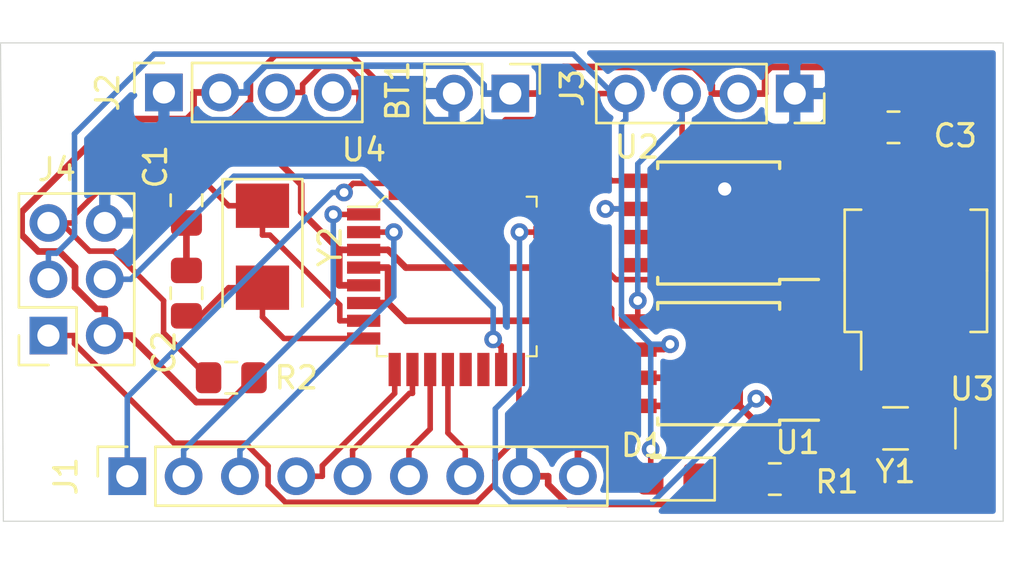
<source format=kicad_pcb>
(kicad_pcb (version 20171130) (host pcbnew "(5.1.6-0-10_14)")

  (general
    (thickness 1.6)
    (drawings 5)
    (tracks 318)
    (zones 0)
    (modules 17)
    (nets 33)
  )

  (page A4)
  (title_block
    (title "Arduino clone with EEPROM")
    (date 2020-11-29)
    (rev v1.0)
  )

  (layers
    (0 F.Cu signal)
    (31 B.Cu mixed)
    (32 B.Adhes user)
    (33 F.Adhes user)
    (34 B.Paste user)
    (35 F.Paste user)
    (36 B.SilkS user)
    (37 F.SilkS user)
    (38 B.Mask user)
    (39 F.Mask user)
    (40 Dwgs.User user)
    (41 Cmts.User user)
    (42 Eco1.User user)
    (43 Eco2.User user)
    (44 Edge.Cuts user)
    (45 Margin user)
    (46 B.CrtYd user)
    (47 F.CrtYd user)
    (48 B.Fab user)
    (49 F.Fab user)
  )

  (setup
    (last_trace_width 0.25)
    (user_trace_width 0.3)
    (trace_clearance 0.2)
    (zone_clearance 0.508)
    (zone_45_only no)
    (trace_min 0.2)
    (via_size 0.8)
    (via_drill 0.4)
    (via_min_size 0.4)
    (via_min_drill 0.3)
    (user_via 1 0.6)
    (uvia_size 0.3)
    (uvia_drill 0.1)
    (uvias_allowed no)
    (uvia_min_size 0.2)
    (uvia_min_drill 0.1)
    (edge_width 0.05)
    (segment_width 0.2)
    (pcb_text_width 0.3)
    (pcb_text_size 1.5 1.5)
    (mod_edge_width 0.12)
    (mod_text_size 1 1)
    (mod_text_width 0.15)
    (pad_size 1.524 1.524)
    (pad_drill 0.762)
    (pad_to_mask_clearance 0.05)
    (aux_axis_origin 0 0)
    (visible_elements FFFFFF7F)
    (pcbplotparams
      (layerselection 0x010fc_ffffffff)
      (usegerberextensions true)
      (usegerberattributes true)
      (usegerberadvancedattributes true)
      (creategerberjobfile true)
      (excludeedgelayer true)
      (linewidth 0.100000)
      (plotframeref false)
      (viasonmask false)
      (mode 1)
      (useauxorigin false)
      (hpglpennumber 1)
      (hpglpenspeed 20)
      (hpglpendiameter 15.000000)
      (psnegative false)
      (psa4output false)
      (plotreference true)
      (plotvalue true)
      (plotinvisibletext false)
      (padsonsilk false)
      (subtractmaskfromsilk false)
      (outputformat 1)
      (mirror false)
      (drillshape 0)
      (scaleselection 1)
      (outputdirectory "Gerber/"))
  )

  (net 0 "")
  (net 1 /Vcc)
  (net 2 GNDPWR)
  (net 3 "Net-(C1-Pad1)")
  (net 4 "Net-(C2-Pad1)")
  (net 5 "Net-(D1-Pad1)")
  (net 6 /SCK)
  (net 7 /D2)
  (net 8 /D3)
  (net 9 /D4)
  (net 10 /D5)
  (net 11 /D6)
  (net 12 /D7)
  (net 13 /D8)
  (net 14 /RX)
  (net 15 /TX)
  (net 16 /SDA)
  (net 17 /MISO)
  (net 18 /MOSI)
  (net 19 /RESET)
  (net 20 /ADDS2)
  (net 21 /ADDS1)
  (net 22 "Net-(U3-Pad1)")
  (net 23 "Net-(U3-Pad2)")
  (net 24 "Net-(U3-Pad7)")
  (net 25 "Net-(U4-Pad13)")
  (net 26 "Net-(U4-Pad14)")
  (net 27 "Net-(U4-Pad17)")
  (net 28 "Net-(U4-Pad19)")
  (net 29 "Net-(U4-Pad20)")
  (net 30 "Net-(U4-Pad22)")
  (net 31 "Net-(U4-Pad25)")
  (net 32 "Net-(U4-Pad26)")

  (net_class Default "This is the default net class."
    (clearance 0.2)
    (trace_width 0.25)
    (via_dia 0.8)
    (via_drill 0.4)
    (uvia_dia 0.3)
    (uvia_drill 0.1)
    (add_net /ADDS1)
    (add_net /ADDS2)
    (add_net /D2)
    (add_net /D3)
    (add_net /D4)
    (add_net /D5)
    (add_net /D6)
    (add_net /D7)
    (add_net /D8)
    (add_net /MISO)
    (add_net /MOSI)
    (add_net /RESET)
    (add_net /RX)
    (add_net /SCK)
    (add_net /SDA)
    (add_net /TX)
    (add_net "Net-(C1-Pad1)")
    (add_net "Net-(C2-Pad1)")
    (add_net "Net-(D1-Pad1)")
    (add_net "Net-(U3-Pad1)")
    (add_net "Net-(U3-Pad2)")
    (add_net "Net-(U3-Pad7)")
    (add_net "Net-(U4-Pad13)")
    (add_net "Net-(U4-Pad14)")
    (add_net "Net-(U4-Pad17)")
    (add_net "Net-(U4-Pad19)")
    (add_net "Net-(U4-Pad20)")
    (add_net "Net-(U4-Pad22)")
    (add_net "Net-(U4-Pad25)")
    (add_net "Net-(U4-Pad26)")
  )

  (net_class Power ""
    (clearance 0.2)
    (trace_width 0.3)
    (via_dia 1)
    (via_drill 0.6)
    (uvia_dia 0.3)
    (uvia_drill 0.1)
    (add_net /Vcc)
    (add_net GNDPWR)
  )

  (module Connector_PinHeader_2.54mm:PinHeader_1x02_P2.54mm_Vertical (layer F.Cu) (tedit 59FED5CC) (tstamp 5FC387D4)
    (at 114.681 128.778 270)
    (descr "Through hole straight pin header, 1x02, 2.54mm pitch, single row")
    (tags "Through hole pin header THT 1x02 2.54mm single row")
    (path /5FC29141)
    (fp_text reference BT1 (at -0.127 5.08 90) (layer F.SilkS)
      (effects (font (size 1 1) (thickness 0.15)))
    )
    (fp_text value "Battery 3V" (at 0 4.87 90) (layer F.Fab)
      (effects (font (size 1 1) (thickness 0.15)))
    )
    (fp_text user %R (at 0 1.27) (layer F.Fab)
      (effects (font (size 1 1) (thickness 0.15)))
    )
    (fp_line (start -0.635 -1.27) (end 1.27 -1.27) (layer F.Fab) (width 0.1))
    (fp_line (start 1.27 -1.27) (end 1.27 3.81) (layer F.Fab) (width 0.1))
    (fp_line (start 1.27 3.81) (end -1.27 3.81) (layer F.Fab) (width 0.1))
    (fp_line (start -1.27 3.81) (end -1.27 -0.635) (layer F.Fab) (width 0.1))
    (fp_line (start -1.27 -0.635) (end -0.635 -1.27) (layer F.Fab) (width 0.1))
    (fp_line (start -1.33 3.87) (end 1.33 3.87) (layer F.SilkS) (width 0.12))
    (fp_line (start -1.33 1.27) (end -1.33 3.87) (layer F.SilkS) (width 0.12))
    (fp_line (start 1.33 1.27) (end 1.33 3.87) (layer F.SilkS) (width 0.12))
    (fp_line (start -1.33 1.27) (end 1.33 1.27) (layer F.SilkS) (width 0.12))
    (fp_line (start -1.33 0) (end -1.33 -1.33) (layer F.SilkS) (width 0.12))
    (fp_line (start -1.33 -1.33) (end 0 -1.33) (layer F.SilkS) (width 0.12))
    (fp_line (start -1.8 -1.8) (end -1.8 4.35) (layer F.CrtYd) (width 0.05))
    (fp_line (start -1.8 4.35) (end 1.8 4.35) (layer F.CrtYd) (width 0.05))
    (fp_line (start 1.8 4.35) (end 1.8 -1.8) (layer F.CrtYd) (width 0.05))
    (fp_line (start 1.8 -1.8) (end -1.8 -1.8) (layer F.CrtYd) (width 0.05))
    (pad 2 thru_hole oval (at 0 2.54 270) (size 1.7 1.7) (drill 1) (layers *.Cu *.Mask)
      (net 2 GNDPWR))
    (pad 1 thru_hole rect (at 0 0 270) (size 1.7 1.7) (drill 1) (layers *.Cu *.Mask)
      (net 1 /Vcc))
    (model ${KISYS3DMOD}/Connector_PinHeader_2.54mm.3dshapes/PinHeader_1x02_P2.54mm_Vertical.wrl
      (at (xyz 0 0 0))
      (scale (xyz 1 1 1))
      (rotate (xyz 0 0 0))
    )
  )

  (module Capacitor_SMD:C_0805_2012Metric_Pad1.15x1.40mm_HandSolder (layer F.Cu) (tedit 5B36C52B) (tstamp 5FC3AA09)
    (at 100.076 133.595 270)
    (descr "Capacitor SMD 0805 (2012 Metric), square (rectangular) end terminal, IPC_7351 nominal with elongated pad for handsoldering. (Body size source: https://docs.google.com/spreadsheets/d/1BsfQQcO9C6DZCsRaXUlFlo91Tg2WpOkGARC1WS5S8t0/edit?usp=sharing), generated with kicad-footprint-generator")
    (tags "capacitor handsolder")
    (path /5FC29726)
    (attr smd)
    (fp_text reference C1 (at -1.515 1.397 90) (layer F.SilkS)
      (effects (font (size 1 1) (thickness 0.15)))
    )
    (fp_text value 22pF (at 0 1.65 90) (layer F.Fab)
      (effects (font (size 1 1) (thickness 0.15)))
    )
    (fp_line (start 1.85 0.95) (end -1.85 0.95) (layer F.CrtYd) (width 0.05))
    (fp_line (start 1.85 -0.95) (end 1.85 0.95) (layer F.CrtYd) (width 0.05))
    (fp_line (start -1.85 -0.95) (end 1.85 -0.95) (layer F.CrtYd) (width 0.05))
    (fp_line (start -1.85 0.95) (end -1.85 -0.95) (layer F.CrtYd) (width 0.05))
    (fp_line (start -0.261252 0.71) (end 0.261252 0.71) (layer F.SilkS) (width 0.12))
    (fp_line (start -0.261252 -0.71) (end 0.261252 -0.71) (layer F.SilkS) (width 0.12))
    (fp_line (start 1 0.6) (end -1 0.6) (layer F.Fab) (width 0.1))
    (fp_line (start 1 -0.6) (end 1 0.6) (layer F.Fab) (width 0.1))
    (fp_line (start -1 -0.6) (end 1 -0.6) (layer F.Fab) (width 0.1))
    (fp_line (start -1 0.6) (end -1 -0.6) (layer F.Fab) (width 0.1))
    (fp_text user %R (at 0 0 90) (layer F.Fab)
      (effects (font (size 0.5 0.5) (thickness 0.08)))
    )
    (pad 1 smd roundrect (at -1.025 0 270) (size 1.15 1.4) (layers F.Cu F.Paste F.Mask) (roundrect_rratio 0.217391)
      (net 3 "Net-(C1-Pad1)"))
    (pad 2 smd roundrect (at 1.025 0 270) (size 1.15 1.4) (layers F.Cu F.Paste F.Mask) (roundrect_rratio 0.217391)
      (net 2 GNDPWR))
    (model ${KISYS3DMOD}/Capacitor_SMD.3dshapes/C_0805_2012Metric.wrl
      (at (xyz 0 0 0))
      (scale (xyz 1 1 1))
      (rotate (xyz 0 0 0))
    )
  )

  (module Capacitor_SMD:C_0805_2012Metric_Pad1.15x1.40mm_HandSolder (layer F.Cu) (tedit 5B36C52B) (tstamp 5FC3A9D9)
    (at 100.076 137.786 90)
    (descr "Capacitor SMD 0805 (2012 Metric), square (rectangular) end terminal, IPC_7351 nominal with elongated pad for handsoldering. (Body size source: https://docs.google.com/spreadsheets/d/1BsfQQcO9C6DZCsRaXUlFlo91Tg2WpOkGARC1WS5S8t0/edit?usp=sharing), generated with kicad-footprint-generator")
    (tags "capacitor handsolder")
    (path /5FC299AA)
    (attr smd)
    (fp_text reference C2 (at -2.676 -1.016 90) (layer F.SilkS)
      (effects (font (size 1 1) (thickness 0.15)))
    )
    (fp_text value 22pF (at 0 1.65 90) (layer F.Fab)
      (effects (font (size 1 1) (thickness 0.15)))
    )
    (fp_text user %R (at 0 0 90) (layer F.Fab)
      (effects (font (size 0.5 0.5) (thickness 0.08)))
    )
    (fp_line (start -1 0.6) (end -1 -0.6) (layer F.Fab) (width 0.1))
    (fp_line (start -1 -0.6) (end 1 -0.6) (layer F.Fab) (width 0.1))
    (fp_line (start 1 -0.6) (end 1 0.6) (layer F.Fab) (width 0.1))
    (fp_line (start 1 0.6) (end -1 0.6) (layer F.Fab) (width 0.1))
    (fp_line (start -0.261252 -0.71) (end 0.261252 -0.71) (layer F.SilkS) (width 0.12))
    (fp_line (start -0.261252 0.71) (end 0.261252 0.71) (layer F.SilkS) (width 0.12))
    (fp_line (start -1.85 0.95) (end -1.85 -0.95) (layer F.CrtYd) (width 0.05))
    (fp_line (start -1.85 -0.95) (end 1.85 -0.95) (layer F.CrtYd) (width 0.05))
    (fp_line (start 1.85 -0.95) (end 1.85 0.95) (layer F.CrtYd) (width 0.05))
    (fp_line (start 1.85 0.95) (end -1.85 0.95) (layer F.CrtYd) (width 0.05))
    (pad 2 smd roundrect (at 1.025 0 90) (size 1.15 1.4) (layers F.Cu F.Paste F.Mask) (roundrect_rratio 0.217391)
      (net 2 GNDPWR))
    (pad 1 smd roundrect (at -1.025 0 90) (size 1.15 1.4) (layers F.Cu F.Paste F.Mask) (roundrect_rratio 0.217391)
      (net 4 "Net-(C2-Pad1)"))
    (model ${KISYS3DMOD}/Capacitor_SMD.3dshapes/C_0805_2012Metric.wrl
      (at (xyz 0 0 0))
      (scale (xyz 1 1 1))
      (rotate (xyz 0 0 0))
    )
  )

  (module Capacitor_SMD:C_0805_2012Metric_Pad1.15x1.40mm_HandSolder (layer F.Cu) (tedit 5B36C52B) (tstamp 5FC3A46A)
    (at 131.962 130.302 180)
    (descr "Capacitor SMD 0805 (2012 Metric), square (rectangular) end terminal, IPC_7351 nominal with elongated pad for handsoldering. (Body size source: https://docs.google.com/spreadsheets/d/1BsfQQcO9C6DZCsRaXUlFlo91Tg2WpOkGARC1WS5S8t0/edit?usp=sharing), generated with kicad-footprint-generator")
    (tags "capacitor handsolder")
    (path /5FC2A1F5)
    (attr smd)
    (fp_text reference C3 (at -2.785 -0.381) (layer F.SilkS)
      (effects (font (size 1 1) (thickness 0.15)))
    )
    (fp_text value 10uF (at 0 1.65) (layer F.Fab)
      (effects (font (size 1 1) (thickness 0.15)))
    )
    (fp_text user %R (at 0 0) (layer F.Fab)
      (effects (font (size 0.5 0.5) (thickness 0.08)))
    )
    (fp_line (start -1 0.6) (end -1 -0.6) (layer F.Fab) (width 0.1))
    (fp_line (start -1 -0.6) (end 1 -0.6) (layer F.Fab) (width 0.1))
    (fp_line (start 1 -0.6) (end 1 0.6) (layer F.Fab) (width 0.1))
    (fp_line (start 1 0.6) (end -1 0.6) (layer F.Fab) (width 0.1))
    (fp_line (start -0.261252 -0.71) (end 0.261252 -0.71) (layer F.SilkS) (width 0.12))
    (fp_line (start -0.261252 0.71) (end 0.261252 0.71) (layer F.SilkS) (width 0.12))
    (fp_line (start -1.85 0.95) (end -1.85 -0.95) (layer F.CrtYd) (width 0.05))
    (fp_line (start -1.85 -0.95) (end 1.85 -0.95) (layer F.CrtYd) (width 0.05))
    (fp_line (start 1.85 -0.95) (end 1.85 0.95) (layer F.CrtYd) (width 0.05))
    (fp_line (start 1.85 0.95) (end -1.85 0.95) (layer F.CrtYd) (width 0.05))
    (pad 2 smd roundrect (at 1.025 0 180) (size 1.15 1.4) (layers F.Cu F.Paste F.Mask) (roundrect_rratio 0.217391)
      (net 2 GNDPWR))
    (pad 1 smd roundrect (at -1.025 0 180) (size 1.15 1.4) (layers F.Cu F.Paste F.Mask) (roundrect_rratio 0.217391)
      (net 1 /Vcc))
    (model ${KISYS3DMOD}/Capacitor_SMD.3dshapes/C_0805_2012Metric.wrl
      (at (xyz 0 0 0))
      (scale (xyz 1 1 1))
      (rotate (xyz 0 0 0))
    )
  )

  (module LED_SMD:LED_0805_2012Metric_Pad1.15x1.40mm_HandSolder (layer F.Cu) (tedit 5B4B45C9) (tstamp 5FC3A436)
    (at 122.038 146.177 180)
    (descr "LED SMD 0805 (2012 Metric), square (rectangular) end terminal, IPC_7351 nominal, (Body size source: https://docs.google.com/spreadsheets/d/1BsfQQcO9C6DZCsRaXUlFlo91Tg2WpOkGARC1WS5S8t0/edit?usp=sharing), generated with kicad-footprint-generator")
    (tags "LED handsolder")
    (path /5FC2A967)
    (attr smd)
    (fp_text reference D1 (at 1.388 1.524) (layer F.SilkS)
      (effects (font (size 1 1) (thickness 0.15)))
    )
    (fp_text value LED (at 0 1.65) (layer F.Fab)
      (effects (font (size 1 1) (thickness 0.15)))
    )
    (fp_line (start 1.85 0.95) (end -1.85 0.95) (layer F.CrtYd) (width 0.05))
    (fp_line (start 1.85 -0.95) (end 1.85 0.95) (layer F.CrtYd) (width 0.05))
    (fp_line (start -1.85 -0.95) (end 1.85 -0.95) (layer F.CrtYd) (width 0.05))
    (fp_line (start -1.85 0.95) (end -1.85 -0.95) (layer F.CrtYd) (width 0.05))
    (fp_line (start -1.86 0.96) (end 1 0.96) (layer F.SilkS) (width 0.12))
    (fp_line (start -1.86 -0.96) (end -1.86 0.96) (layer F.SilkS) (width 0.12))
    (fp_line (start 1 -0.96) (end -1.86 -0.96) (layer F.SilkS) (width 0.12))
    (fp_line (start 1 0.6) (end 1 -0.6) (layer F.Fab) (width 0.1))
    (fp_line (start -1 0.6) (end 1 0.6) (layer F.Fab) (width 0.1))
    (fp_line (start -1 -0.3) (end -1 0.6) (layer F.Fab) (width 0.1))
    (fp_line (start -0.7 -0.6) (end -1 -0.3) (layer F.Fab) (width 0.1))
    (fp_line (start 1 -0.6) (end -0.7 -0.6) (layer F.Fab) (width 0.1))
    (fp_text user %R (at 0 0) (layer F.Fab)
      (effects (font (size 0.5 0.5) (thickness 0.08)))
    )
    (pad 1 smd roundrect (at -1.025 0 180) (size 1.15 1.4) (layers F.Cu F.Paste F.Mask) (roundrect_rratio 0.217391)
      (net 5 "Net-(D1-Pad1)"))
    (pad 2 smd roundrect (at 1.025 0 180) (size 1.15 1.4) (layers F.Cu F.Paste F.Mask) (roundrect_rratio 0.217391)
      (net 6 /SCK))
    (model ${KISYS3DMOD}/LED_SMD.3dshapes/LED_0805_2012Metric.wrl
      (at (xyz 0 0 0))
      (scale (xyz 1 1 1))
      (rotate (xyz 0 0 0))
    )
  )

  (module Connector_PinSocket_2.54mm:PinSocket_1x09_P2.54mm_Vertical (layer F.Cu) (tedit 5A19A431) (tstamp 5FC3809F)
    (at 97.409 146.05 90)
    (descr "Through hole straight socket strip, 1x09, 2.54mm pitch, single row (from Kicad 4.0.7), script generated")
    (tags "Through hole socket strip THT 1x09 2.54mm single row")
    (path /5FC2F143/5FC30DE1)
    (fp_text reference J1 (at 0 -2.77 90) (layer F.SilkS)
      (effects (font (size 1 1) (thickness 0.15)))
    )
    (fp_text value "Digital pins" (at 0 23.09 90) (layer F.Fab)
      (effects (font (size 1 1) (thickness 0.15)))
    )
    (fp_line (start -1.8 22.1) (end -1.8 -1.8) (layer F.CrtYd) (width 0.05))
    (fp_line (start 1.75 22.1) (end -1.8 22.1) (layer F.CrtYd) (width 0.05))
    (fp_line (start 1.75 -1.8) (end 1.75 22.1) (layer F.CrtYd) (width 0.05))
    (fp_line (start -1.8 -1.8) (end 1.75 -1.8) (layer F.CrtYd) (width 0.05))
    (fp_line (start 0 -1.33) (end 1.33 -1.33) (layer F.SilkS) (width 0.12))
    (fp_line (start 1.33 -1.33) (end 1.33 0) (layer F.SilkS) (width 0.12))
    (fp_line (start 1.33 1.27) (end 1.33 21.65) (layer F.SilkS) (width 0.12))
    (fp_line (start -1.33 21.65) (end 1.33 21.65) (layer F.SilkS) (width 0.12))
    (fp_line (start -1.33 1.27) (end -1.33 21.65) (layer F.SilkS) (width 0.12))
    (fp_line (start -1.33 1.27) (end 1.33 1.27) (layer F.SilkS) (width 0.12))
    (fp_line (start -1.27 21.59) (end -1.27 -1.27) (layer F.Fab) (width 0.1))
    (fp_line (start 1.27 21.59) (end -1.27 21.59) (layer F.Fab) (width 0.1))
    (fp_line (start 1.27 -0.635) (end 1.27 21.59) (layer F.Fab) (width 0.1))
    (fp_line (start 0.635 -1.27) (end 1.27 -0.635) (layer F.Fab) (width 0.1))
    (fp_line (start -1.27 -1.27) (end 0.635 -1.27) (layer F.Fab) (width 0.1))
    (fp_text user %R (at 0 10.16) (layer F.Fab)
      (effects (font (size 1 1) (thickness 0.15)))
    )
    (pad 1 thru_hole rect (at 0 0 90) (size 1.7 1.7) (drill 1) (layers *.Cu *.Mask)
      (net 7 /D2))
    (pad 2 thru_hole oval (at 0 2.54 90) (size 1.7 1.7) (drill 1) (layers *.Cu *.Mask)
      (net 8 /D3))
    (pad 3 thru_hole oval (at 0 5.08 90) (size 1.7 1.7) (drill 1) (layers *.Cu *.Mask)
      (net 9 /D4))
    (pad 4 thru_hole oval (at 0 7.62 90) (size 1.7 1.7) (drill 1) (layers *.Cu *.Mask)
      (net 10 /D5))
    (pad 5 thru_hole oval (at 0 10.16 90) (size 1.7 1.7) (drill 1) (layers *.Cu *.Mask)
      (net 11 /D6))
    (pad 6 thru_hole oval (at 0 12.7 90) (size 1.7 1.7) (drill 1) (layers *.Cu *.Mask)
      (net 12 /D7))
    (pad 7 thru_hole oval (at 0 15.24 90) (size 1.7 1.7) (drill 1) (layers *.Cu *.Mask)
      (net 13 /D8))
    (pad 8 thru_hole oval (at 0 17.78 90) (size 1.7 1.7) (drill 1) (layers *.Cu *.Mask)
      (net 2 GNDPWR))
    (pad 9 thru_hole oval (at 0 20.32 90) (size 1.7 1.7) (drill 1) (layers *.Cu *.Mask)
      (net 1 /Vcc))
    (model ${KISYS3DMOD}/Connector_PinSocket_2.54mm.3dshapes/PinSocket_1x09_P2.54mm_Vertical.wrl
      (at (xyz 0 0 0))
      (scale (xyz 1 1 1))
      (rotate (xyz 0 0 0))
    )
  )

  (module Connector_PinSocket_2.54mm:PinSocket_1x04_P2.54mm_Vertical (layer F.Cu) (tedit 5A19A429) (tstamp 5FC380B7)
    (at 99.06 128.728 90)
    (descr "Through hole straight socket strip, 1x04, 2.54mm pitch, single row (from Kicad 4.0.7), script generated")
    (tags "Through hole socket strip THT 1x04 2.54mm single row")
    (path /5FC2F143/5FC31E17)
    (fp_text reference J2 (at 0 -2.54 90) (layer F.SilkS)
      (effects (font (size 1 1) (thickness 0.15)))
    )
    (fp_text value "Serial port" (at 0 10.39 90) (layer F.Fab)
      (effects (font (size 1 1) (thickness 0.15)))
    )
    (fp_line (start -1.8 9.4) (end -1.8 -1.8) (layer F.CrtYd) (width 0.05))
    (fp_line (start 1.75 9.4) (end -1.8 9.4) (layer F.CrtYd) (width 0.05))
    (fp_line (start 1.75 -1.8) (end 1.75 9.4) (layer F.CrtYd) (width 0.05))
    (fp_line (start -1.8 -1.8) (end 1.75 -1.8) (layer F.CrtYd) (width 0.05))
    (fp_line (start 0 -1.33) (end 1.33 -1.33) (layer F.SilkS) (width 0.12))
    (fp_line (start 1.33 -1.33) (end 1.33 0) (layer F.SilkS) (width 0.12))
    (fp_line (start 1.33 1.27) (end 1.33 8.95) (layer F.SilkS) (width 0.12))
    (fp_line (start -1.33 8.95) (end 1.33 8.95) (layer F.SilkS) (width 0.12))
    (fp_line (start -1.33 1.27) (end -1.33 8.95) (layer F.SilkS) (width 0.12))
    (fp_line (start -1.33 1.27) (end 1.33 1.27) (layer F.SilkS) (width 0.12))
    (fp_line (start -1.27 8.89) (end -1.27 -1.27) (layer F.Fab) (width 0.1))
    (fp_line (start 1.27 8.89) (end -1.27 8.89) (layer F.Fab) (width 0.1))
    (fp_line (start 1.27 -0.635) (end 1.27 8.89) (layer F.Fab) (width 0.1))
    (fp_line (start 0.635 -1.27) (end 1.27 -0.635) (layer F.Fab) (width 0.1))
    (fp_line (start -1.27 -1.27) (end 0.635 -1.27) (layer F.Fab) (width 0.1))
    (fp_text user %R (at 0 3.81) (layer F.Fab)
      (effects (font (size 1 1) (thickness 0.15)))
    )
    (pad 1 thru_hole rect (at 0 0 90) (size 1.7 1.7) (drill 1) (layers *.Cu *.Mask)
      (net 2 GNDPWR))
    (pad 2 thru_hole oval (at 0 2.54 90) (size 1.7 1.7) (drill 1) (layers *.Cu *.Mask)
      (net 1 /Vcc))
    (pad 3 thru_hole oval (at 0 5.08 90) (size 1.7 1.7) (drill 1) (layers *.Cu *.Mask)
      (net 14 /RX))
    (pad 4 thru_hole oval (at 0 7.62 90) (size 1.7 1.7) (drill 1) (layers *.Cu *.Mask)
      (net 15 /TX))
    (model ${KISYS3DMOD}/Connector_PinSocket_2.54mm.3dshapes/PinSocket_1x04_P2.54mm_Vertical.wrl
      (at (xyz 0 0 0))
      (scale (xyz 1 1 1))
      (rotate (xyz 0 0 0))
    )
  )

  (module Connector_PinSocket_2.54mm:PinSocket_1x04_P2.54mm_Vertical (layer F.Cu) (tedit 5A19A429) (tstamp 5FC3A4E7)
    (at 127.508 128.778 270)
    (descr "Through hole straight socket strip, 1x04, 2.54mm pitch, single row (from Kicad 4.0.7), script generated")
    (tags "Through hole socket strip THT 1x04 2.54mm single row")
    (path /5FC2F143/5FC3248B)
    (fp_text reference J3 (at -0.254 10.033 90) (layer F.SilkS)
      (effects (font (size 1 1) (thickness 0.15)))
    )
    (fp_text value I2C (at 0 10.39 90) (layer F.Fab)
      (effects (font (size 1 1) (thickness 0.15)))
    )
    (fp_text user %R (at 0 3.81) (layer F.Fab)
      (effects (font (size 1 1) (thickness 0.15)))
    )
    (fp_line (start -1.27 -1.27) (end 0.635 -1.27) (layer F.Fab) (width 0.1))
    (fp_line (start 0.635 -1.27) (end 1.27 -0.635) (layer F.Fab) (width 0.1))
    (fp_line (start 1.27 -0.635) (end 1.27 8.89) (layer F.Fab) (width 0.1))
    (fp_line (start 1.27 8.89) (end -1.27 8.89) (layer F.Fab) (width 0.1))
    (fp_line (start -1.27 8.89) (end -1.27 -1.27) (layer F.Fab) (width 0.1))
    (fp_line (start -1.33 1.27) (end 1.33 1.27) (layer F.SilkS) (width 0.12))
    (fp_line (start -1.33 1.27) (end -1.33 8.95) (layer F.SilkS) (width 0.12))
    (fp_line (start -1.33 8.95) (end 1.33 8.95) (layer F.SilkS) (width 0.12))
    (fp_line (start 1.33 1.27) (end 1.33 8.95) (layer F.SilkS) (width 0.12))
    (fp_line (start 1.33 -1.33) (end 1.33 0) (layer F.SilkS) (width 0.12))
    (fp_line (start 0 -1.33) (end 1.33 -1.33) (layer F.SilkS) (width 0.12))
    (fp_line (start -1.8 -1.8) (end 1.75 -1.8) (layer F.CrtYd) (width 0.05))
    (fp_line (start 1.75 -1.8) (end 1.75 9.4) (layer F.CrtYd) (width 0.05))
    (fp_line (start 1.75 9.4) (end -1.8 9.4) (layer F.CrtYd) (width 0.05))
    (fp_line (start -1.8 9.4) (end -1.8 -1.8) (layer F.CrtYd) (width 0.05))
    (pad 4 thru_hole oval (at 0 7.62 270) (size 1.7 1.7) (drill 1) (layers *.Cu *.Mask)
      (net 6 /SCK))
    (pad 3 thru_hole oval (at 0 5.08 270) (size 1.7 1.7) (drill 1) (layers *.Cu *.Mask)
      (net 16 /SDA))
    (pad 2 thru_hole oval (at 0 2.54 270) (size 1.7 1.7) (drill 1) (layers *.Cu *.Mask)
      (net 1 /Vcc))
    (pad 1 thru_hole rect (at 0 0 270) (size 1.7 1.7) (drill 1) (layers *.Cu *.Mask)
      (net 2 GNDPWR))
    (model ${KISYS3DMOD}/Connector_PinSocket_2.54mm.3dshapes/PinSocket_1x04_P2.54mm_Vertical.wrl
      (at (xyz 0 0 0))
      (scale (xyz 1 1 1))
      (rotate (xyz 0 0 0))
    )
  )

  (module Connector_PinSocket_2.54mm:PinSocket_2x03_P2.54mm_Vertical (layer F.Cu) (tedit 5A19A425) (tstamp 5FC38F74)
    (at 93.853 139.7 180)
    (descr "Through hole straight socket strip, 2x03, 2.54mm pitch, double cols (from Kicad 4.0.7), script generated")
    (tags "Through hole socket strip THT 2x03 2.54mm double row")
    (path /5FC2F143/5FC2F982)
    (fp_text reference J4 (at -0.381 7.493) (layer F.SilkS)
      (effects (font (size 1 1) (thickness 0.15)))
    )
    (fp_text value ICSP (at -1.27 7.85) (layer F.Fab)
      (effects (font (size 1 1) (thickness 0.15)))
    )
    (fp_line (start -4.34 6.85) (end -4.34 -1.8) (layer F.CrtYd) (width 0.05))
    (fp_line (start 1.76 6.85) (end -4.34 6.85) (layer F.CrtYd) (width 0.05))
    (fp_line (start 1.76 -1.8) (end 1.76 6.85) (layer F.CrtYd) (width 0.05))
    (fp_line (start -4.34 -1.8) (end 1.76 -1.8) (layer F.CrtYd) (width 0.05))
    (fp_line (start 0 -1.33) (end 1.33 -1.33) (layer F.SilkS) (width 0.12))
    (fp_line (start 1.33 -1.33) (end 1.33 0) (layer F.SilkS) (width 0.12))
    (fp_line (start -1.27 -1.33) (end -1.27 1.27) (layer F.SilkS) (width 0.12))
    (fp_line (start -1.27 1.27) (end 1.33 1.27) (layer F.SilkS) (width 0.12))
    (fp_line (start 1.33 1.27) (end 1.33 6.41) (layer F.SilkS) (width 0.12))
    (fp_line (start -3.87 6.41) (end 1.33 6.41) (layer F.SilkS) (width 0.12))
    (fp_line (start -3.87 -1.33) (end -3.87 6.41) (layer F.SilkS) (width 0.12))
    (fp_line (start -3.87 -1.33) (end -1.27 -1.33) (layer F.SilkS) (width 0.12))
    (fp_line (start -3.81 6.35) (end -3.81 -1.27) (layer F.Fab) (width 0.1))
    (fp_line (start 1.27 6.35) (end -3.81 6.35) (layer F.Fab) (width 0.1))
    (fp_line (start 1.27 -0.27) (end 1.27 6.35) (layer F.Fab) (width 0.1))
    (fp_line (start 0.27 -1.27) (end 1.27 -0.27) (layer F.Fab) (width 0.1))
    (fp_line (start -3.81 -1.27) (end 0.27 -1.27) (layer F.Fab) (width 0.1))
    (fp_text user %R (at -1.27 2.54 90) (layer F.Fab)
      (effects (font (size 1 1) (thickness 0.15)))
    )
    (pad 1 thru_hole rect (at 0 0 180) (size 1.7 1.7) (drill 1) (layers *.Cu *.Mask)
      (net 17 /MISO))
    (pad 2 thru_hole oval (at -2.54 0 180) (size 1.7 1.7) (drill 1) (layers *.Cu *.Mask)
      (net 1 /Vcc))
    (pad 3 thru_hole oval (at 0 2.54 180) (size 1.7 1.7) (drill 1) (layers *.Cu *.Mask)
      (net 6 /SCK))
    (pad 4 thru_hole oval (at -2.54 2.54 180) (size 1.7 1.7) (drill 1) (layers *.Cu *.Mask)
      (net 18 /MOSI))
    (pad 5 thru_hole oval (at 0 5.08 180) (size 1.7 1.7) (drill 1) (layers *.Cu *.Mask)
      (net 19 /RESET))
    (pad 6 thru_hole oval (at -2.54 5.08 180) (size 1.7 1.7) (drill 1) (layers *.Cu *.Mask)
      (net 2 GNDPWR))
    (model ${KISYS3DMOD}/Connector_PinSocket_2.54mm.3dshapes/PinSocket_2x03_P2.54mm_Vertical.wrl
      (at (xyz 0 0 0))
      (scale (xyz 1 1 1))
      (rotate (xyz 0 0 0))
    )
  )

  (module Resistor_SMD:R_0805_2012Metric_Pad1.15x1.40mm_HandSolder (layer F.Cu) (tedit 5B36C52B) (tstamp 5FC3A3CE)
    (at 126.61 146.177)
    (descr "Resistor SMD 0805 (2012 Metric), square (rectangular) end terminal, IPC_7351 nominal with elongated pad for handsoldering. (Body size source: https://docs.google.com/spreadsheets/d/1BsfQQcO9C6DZCsRaXUlFlo91Tg2WpOkGARC1WS5S8t0/edit?usp=sharing), generated with kicad-footprint-generator")
    (tags "resistor handsolder")
    (path /5FC2AE6E)
    (attr smd)
    (fp_text reference R1 (at 2.803 0.127) (layer F.SilkS)
      (effects (font (size 1 1) (thickness 0.15)))
    )
    (fp_text value 330Ohm (at 0 1.65) (layer F.Fab)
      (effects (font (size 1 1) (thickness 0.15)))
    )
    (fp_line (start 1.85 0.95) (end -1.85 0.95) (layer F.CrtYd) (width 0.05))
    (fp_line (start 1.85 -0.95) (end 1.85 0.95) (layer F.CrtYd) (width 0.05))
    (fp_line (start -1.85 -0.95) (end 1.85 -0.95) (layer F.CrtYd) (width 0.05))
    (fp_line (start -1.85 0.95) (end -1.85 -0.95) (layer F.CrtYd) (width 0.05))
    (fp_line (start -0.261252 0.71) (end 0.261252 0.71) (layer F.SilkS) (width 0.12))
    (fp_line (start -0.261252 -0.71) (end 0.261252 -0.71) (layer F.SilkS) (width 0.12))
    (fp_line (start 1 0.6) (end -1 0.6) (layer F.Fab) (width 0.1))
    (fp_line (start 1 -0.6) (end 1 0.6) (layer F.Fab) (width 0.1))
    (fp_line (start -1 -0.6) (end 1 -0.6) (layer F.Fab) (width 0.1))
    (fp_line (start -1 0.6) (end -1 -0.6) (layer F.Fab) (width 0.1))
    (fp_text user %R (at 0 0) (layer F.Fab)
      (effects (font (size 0.5 0.5) (thickness 0.08)))
    )
    (pad 1 smd roundrect (at -1.025 0) (size 1.15 1.4) (layers F.Cu F.Paste F.Mask) (roundrect_rratio 0.217391)
      (net 5 "Net-(D1-Pad1)"))
    (pad 2 smd roundrect (at 1.025 0) (size 1.15 1.4) (layers F.Cu F.Paste F.Mask) (roundrect_rratio 0.217391)
      (net 2 GNDPWR))
    (model ${KISYS3DMOD}/Resistor_SMD.3dshapes/R_0805_2012Metric.wrl
      (at (xyz 0 0 0))
      (scale (xyz 1 1 1))
      (rotate (xyz 0 0 0))
    )
  )

  (module Resistor_SMD:R_0805_2012Metric_Pad1.15x1.40mm_HandSolder (layer F.Cu) (tedit 5B36C52B) (tstamp 5FC3810D)
    (at 102.099 141.605)
    (descr "Resistor SMD 0805 (2012 Metric), square (rectangular) end terminal, IPC_7351 nominal with elongated pad for handsoldering. (Body size source: https://docs.google.com/spreadsheets/d/1BsfQQcO9C6DZCsRaXUlFlo91Tg2WpOkGARC1WS5S8t0/edit?usp=sharing), generated with kicad-footprint-generator")
    (tags "resistor handsolder")
    (path /5FC2B18E)
    (attr smd)
    (fp_text reference R2 (at 2.93 0) (layer F.SilkS)
      (effects (font (size 1 1) (thickness 0.15)))
    )
    (fp_text value 10KOhm (at 0 1.65) (layer F.Fab)
      (effects (font (size 1 1) (thickness 0.15)))
    )
    (fp_text user %R (at 0 0) (layer F.Fab)
      (effects (font (size 0.5 0.5) (thickness 0.08)))
    )
    (fp_line (start -1 0.6) (end -1 -0.6) (layer F.Fab) (width 0.1))
    (fp_line (start -1 -0.6) (end 1 -0.6) (layer F.Fab) (width 0.1))
    (fp_line (start 1 -0.6) (end 1 0.6) (layer F.Fab) (width 0.1))
    (fp_line (start 1 0.6) (end -1 0.6) (layer F.Fab) (width 0.1))
    (fp_line (start -0.261252 -0.71) (end 0.261252 -0.71) (layer F.SilkS) (width 0.12))
    (fp_line (start -0.261252 0.71) (end 0.261252 0.71) (layer F.SilkS) (width 0.12))
    (fp_line (start -1.85 0.95) (end -1.85 -0.95) (layer F.CrtYd) (width 0.05))
    (fp_line (start -1.85 -0.95) (end 1.85 -0.95) (layer F.CrtYd) (width 0.05))
    (fp_line (start 1.85 -0.95) (end 1.85 0.95) (layer F.CrtYd) (width 0.05))
    (fp_line (start 1.85 0.95) (end -1.85 0.95) (layer F.CrtYd) (width 0.05))
    (pad 2 smd roundrect (at 1.025 0) (size 1.15 1.4) (layers F.Cu F.Paste F.Mask) (roundrect_rratio 0.217391)
      (net 1 /Vcc))
    (pad 1 smd roundrect (at -1.025 0) (size 1.15 1.4) (layers F.Cu F.Paste F.Mask) (roundrect_rratio 0.217391)
      (net 19 /RESET))
    (model ${KISYS3DMOD}/Resistor_SMD.3dshapes/R_0805_2012Metric.wrl
      (at (xyz 0 0 0))
      (scale (xyz 1 1 1))
      (rotate (xyz 0 0 0))
    )
  )

  (module Package_SO:SOIJ-8_5.3x5.3mm_P1.27mm (layer F.Cu) (tedit 5A02F2D3) (tstamp 5FC3812A)
    (at 124.079 140.97 180)
    (descr "8-Lead Plastic Small Outline (SM) - Medium, 5.28 mm Body [SOIC] (see Microchip Packaging Specification 00000049BS.pdf)")
    (tags "SOIC 1.27")
    (path /5FC3C754)
    (attr smd)
    (fp_text reference U1 (at -3.556 -3.556) (layer F.SilkS)
      (effects (font (size 1 1) (thickness 0.15)))
    )
    (fp_text value 24LC1025 (at 0 3.68) (layer F.Fab)
      (effects (font (size 1 1) (thickness 0.15)))
    )
    (fp_text user %R (at 0 0) (layer F.Fab)
      (effects (font (size 1 1) (thickness 0.15)))
    )
    (fp_line (start -1.65 -2.65) (end 2.65 -2.65) (layer F.Fab) (width 0.15))
    (fp_line (start 2.65 -2.65) (end 2.65 2.65) (layer F.Fab) (width 0.15))
    (fp_line (start 2.65 2.65) (end -2.65 2.65) (layer F.Fab) (width 0.15))
    (fp_line (start -2.65 2.65) (end -2.65 -1.65) (layer F.Fab) (width 0.15))
    (fp_line (start -2.65 -1.65) (end -1.65 -2.65) (layer F.Fab) (width 0.15))
    (fp_line (start -4.75 -2.95) (end -4.75 2.95) (layer F.CrtYd) (width 0.05))
    (fp_line (start 4.75 -2.95) (end 4.75 2.95) (layer F.CrtYd) (width 0.05))
    (fp_line (start -4.75 -2.95) (end 4.75 -2.95) (layer F.CrtYd) (width 0.05))
    (fp_line (start -4.75 2.95) (end 4.75 2.95) (layer F.CrtYd) (width 0.05))
    (fp_line (start -2.75 -2.755) (end -2.75 -2.55) (layer F.SilkS) (width 0.15))
    (fp_line (start 2.75 -2.755) (end 2.75 -2.455) (layer F.SilkS) (width 0.15))
    (fp_line (start 2.75 2.755) (end 2.75 2.455) (layer F.SilkS) (width 0.15))
    (fp_line (start -2.75 2.755) (end -2.75 2.455) (layer F.SilkS) (width 0.15))
    (fp_line (start -2.75 -2.755) (end 2.75 -2.755) (layer F.SilkS) (width 0.15))
    (fp_line (start -2.75 2.755) (end 2.75 2.755) (layer F.SilkS) (width 0.15))
    (fp_line (start -2.75 -2.55) (end -4.5 -2.55) (layer F.SilkS) (width 0.15))
    (pad 8 smd rect (at 3.65 -1.905 180) (size 1.7 0.65) (layers F.Cu F.Paste F.Mask)
      (net 1 /Vcc))
    (pad 7 smd rect (at 3.65 -0.635 180) (size 1.7 0.65) (layers F.Cu F.Paste F.Mask)
      (net 2 GNDPWR))
    (pad 6 smd rect (at 3.65 0.635 180) (size 1.7 0.65) (layers F.Cu F.Paste F.Mask)
      (net 6 /SCK))
    (pad 5 smd rect (at 3.65 1.905 180) (size 1.7 0.65) (layers F.Cu F.Paste F.Mask)
      (net 16 /SDA))
    (pad 4 smd rect (at -3.65 1.905 180) (size 1.7 0.65) (layers F.Cu F.Paste F.Mask)
      (net 2 GNDPWR))
    (pad 3 smd rect (at -3.65 0.635 180) (size 1.7 0.65) (layers F.Cu F.Paste F.Mask)
      (net 1 /Vcc))
    (pad 2 smd rect (at -3.65 -0.635 180) (size 1.7 0.65) (layers F.Cu F.Paste F.Mask)
      (net 20 /ADDS2))
    (pad 1 smd rect (at -3.65 -1.905 180) (size 1.7 0.65) (layers F.Cu F.Paste F.Mask)
      (net 21 /ADDS1))
    (model ${KISYS3DMOD}/Package_SO.3dshapes/SOIJ-8_5.3x5.3mm_P1.27mm.wrl
      (at (xyz 0 0 0))
      (scale (xyz 1 1 1))
      (rotate (xyz 0 0 0))
    )
  )

  (module Package_SO:SOIJ-8_5.3x5.3mm_P1.27mm (layer F.Cu) (tedit 5A02F2D3) (tstamp 5FC38147)
    (at 124.079 134.62 180)
    (descr "8-Lead Plastic Small Outline (SM) - Medium, 5.28 mm Body [SOIC] (see Microchip Packaging Specification 00000049BS.pdf)")
    (tags "SOIC 1.27")
    (path /5FC2B9FB)
    (attr smd)
    (fp_text reference U2 (at 3.683 3.429 180) (layer F.SilkS)
      (effects (font (size 1 1) (thickness 0.15)))
    )
    (fp_text value 24LC1025 (at 0 3.68) (layer F.Fab)
      (effects (font (size 1 1) (thickness 0.15)))
    )
    (fp_line (start -2.75 -2.55) (end -4.5 -2.55) (layer F.SilkS) (width 0.15))
    (fp_line (start -2.75 2.755) (end 2.75 2.755) (layer F.SilkS) (width 0.15))
    (fp_line (start -2.75 -2.755) (end 2.75 -2.755) (layer F.SilkS) (width 0.15))
    (fp_line (start -2.75 2.755) (end -2.75 2.455) (layer F.SilkS) (width 0.15))
    (fp_line (start 2.75 2.755) (end 2.75 2.455) (layer F.SilkS) (width 0.15))
    (fp_line (start 2.75 -2.755) (end 2.75 -2.455) (layer F.SilkS) (width 0.15))
    (fp_line (start -2.75 -2.755) (end -2.75 -2.55) (layer F.SilkS) (width 0.15))
    (fp_line (start -4.75 2.95) (end 4.75 2.95) (layer F.CrtYd) (width 0.05))
    (fp_line (start -4.75 -2.95) (end 4.75 -2.95) (layer F.CrtYd) (width 0.05))
    (fp_line (start 4.75 -2.95) (end 4.75 2.95) (layer F.CrtYd) (width 0.05))
    (fp_line (start -4.75 -2.95) (end -4.75 2.95) (layer F.CrtYd) (width 0.05))
    (fp_line (start -2.65 -1.65) (end -1.65 -2.65) (layer F.Fab) (width 0.15))
    (fp_line (start -2.65 2.65) (end -2.65 -1.65) (layer F.Fab) (width 0.15))
    (fp_line (start 2.65 2.65) (end -2.65 2.65) (layer F.Fab) (width 0.15))
    (fp_line (start 2.65 -2.65) (end 2.65 2.65) (layer F.Fab) (width 0.15))
    (fp_line (start -1.65 -2.65) (end 2.65 -2.65) (layer F.Fab) (width 0.15))
    (fp_text user %R (at 0 0) (layer F.Fab)
      (effects (font (size 1 1) (thickness 0.15)))
    )
    (pad 1 smd rect (at -3.65 -1.905 180) (size 1.7 0.65) (layers F.Cu F.Paste F.Mask)
      (net 21 /ADDS1))
    (pad 2 smd rect (at -3.65 -0.635 180) (size 1.7 0.65) (layers F.Cu F.Paste F.Mask)
      (net 20 /ADDS2))
    (pad 3 smd rect (at -3.65 0.635 180) (size 1.7 0.65) (layers F.Cu F.Paste F.Mask)
      (net 1 /Vcc))
    (pad 4 smd rect (at -3.65 1.905 180) (size 1.7 0.65) (layers F.Cu F.Paste F.Mask)
      (net 2 GNDPWR))
    (pad 5 smd rect (at 3.65 1.905 180) (size 1.7 0.65) (layers F.Cu F.Paste F.Mask)
      (net 16 /SDA))
    (pad 6 smd rect (at 3.65 0.635 180) (size 1.7 0.65) (layers F.Cu F.Paste F.Mask)
      (net 6 /SCK))
    (pad 7 smd rect (at 3.65 -0.635 180) (size 1.7 0.65) (layers F.Cu F.Paste F.Mask)
      (net 2 GNDPWR))
    (pad 8 smd rect (at 3.65 -1.905 180) (size 1.7 0.65) (layers F.Cu F.Paste F.Mask)
      (net 1 /Vcc))
    (model ${KISYS3DMOD}/Package_SO.3dshapes/SOIJ-8_5.3x5.3mm_P1.27mm.wrl
      (at (xyz 0 0 0))
      (scale (xyz 1 1 1))
      (rotate (xyz 0 0 0))
    )
  )

  (module Package_SO:SO-8_5.3x6.2mm_P1.27mm (layer F.Cu) (tedit 5EA5315B) (tstamp 5FC3B5E0)
    (at 132.969 136.779 90)
    (descr "SO, 8 Pin (https://www.ti.com/lit/ml/msop001a/msop001a.pdf), generated with kicad-footprint-generator ipc_gullwing_generator.py")
    (tags "SO SO")
    (path /5FC34461)
    (attr smd)
    (fp_text reference U3 (at -5.334 2.54 180) (layer F.SilkS)
      (effects (font (size 1 1) (thickness 0.15)))
    )
    (fp_text value DS1337_custom (at 0 4.05 90) (layer F.Fab)
      (effects (font (size 1 1) (thickness 0.15)))
    )
    (fp_line (start 4.7 -3.35) (end -4.7 -3.35) (layer F.CrtYd) (width 0.05))
    (fp_line (start 4.7 3.35) (end 4.7 -3.35) (layer F.CrtYd) (width 0.05))
    (fp_line (start -4.7 3.35) (end 4.7 3.35) (layer F.CrtYd) (width 0.05))
    (fp_line (start -4.7 -3.35) (end -4.7 3.35) (layer F.CrtYd) (width 0.05))
    (fp_line (start -2.65 -2.1) (end -1.65 -3.1) (layer F.Fab) (width 0.1))
    (fp_line (start -2.65 3.1) (end -2.65 -2.1) (layer F.Fab) (width 0.1))
    (fp_line (start 2.65 3.1) (end -2.65 3.1) (layer F.Fab) (width 0.1))
    (fp_line (start 2.65 -3.1) (end 2.65 3.1) (layer F.Fab) (width 0.1))
    (fp_line (start -1.65 -3.1) (end 2.65 -3.1) (layer F.Fab) (width 0.1))
    (fp_line (start -2.76 -2.465) (end -4.45 -2.465) (layer F.SilkS) (width 0.12))
    (fp_line (start -2.76 -3.21) (end -2.76 -2.465) (layer F.SilkS) (width 0.12))
    (fp_line (start 0 -3.21) (end -2.76 -3.21) (layer F.SilkS) (width 0.12))
    (fp_line (start 2.76 -3.21) (end 2.76 -2.465) (layer F.SilkS) (width 0.12))
    (fp_line (start 0 -3.21) (end 2.76 -3.21) (layer F.SilkS) (width 0.12))
    (fp_line (start -2.76 3.21) (end -2.76 2.465) (layer F.SilkS) (width 0.12))
    (fp_line (start 0 3.21) (end -2.76 3.21) (layer F.SilkS) (width 0.12))
    (fp_line (start 2.76 3.21) (end 2.76 2.465) (layer F.SilkS) (width 0.12))
    (fp_line (start 0 3.21) (end 2.76 3.21) (layer F.SilkS) (width 0.12))
    (fp_text user %R (at 0 0 90) (layer F.Fab)
      (effects (font (size 1 1) (thickness 0.15)))
    )
    (pad 1 smd roundrect (at -3.5 -1.905 90) (size 1.9 0.6) (layers F.Cu F.Paste F.Mask) (roundrect_rratio 0.25)
      (net 22 "Net-(U3-Pad1)"))
    (pad 2 smd roundrect (at -3.5 -0.635 90) (size 1.9 0.6) (layers F.Cu F.Paste F.Mask) (roundrect_rratio 0.25)
      (net 23 "Net-(U3-Pad2)"))
    (pad 3 smd roundrect (at -3.5 0.635 90) (size 1.9 0.6) (layers F.Cu F.Paste F.Mask) (roundrect_rratio 0.25)
      (net 1 /Vcc))
    (pad 4 smd roundrect (at -3.5 1.905 90) (size 1.9 0.6) (layers F.Cu F.Paste F.Mask) (roundrect_rratio 0.25)
      (net 2 GNDPWR))
    (pad 5 smd roundrect (at 3.5 1.905 90) (size 1.9 0.6) (layers F.Cu F.Paste F.Mask) (roundrect_rratio 0.25)
      (net 16 /SDA))
    (pad 6 smd roundrect (at 3.5 0.635 90) (size 1.9 0.6) (layers F.Cu F.Paste F.Mask) (roundrect_rratio 0.25)
      (net 6 /SCK))
    (pad 7 smd roundrect (at 3.5 -0.635 90) (size 1.9 0.6) (layers F.Cu F.Paste F.Mask) (roundrect_rratio 0.25)
      (net 24 "Net-(U3-Pad7)"))
    (pad 8 smd roundrect (at 3.5 -1.905 90) (size 1.9 0.6) (layers F.Cu F.Paste F.Mask) (roundrect_rratio 0.25)
      (net 1 /Vcc))
    (model ${KISYS3DMOD}/Package_SO.3dshapes/SO-8_5.3x6.2mm_P1.27mm.wrl
      (at (xyz 0 0 0))
      (scale (xyz 1 1 1))
      (rotate (xyz 0 0 0))
    )
  )

  (module digikey-footprints:TQFP-32_7x7mm (layer F.Cu) (tedit 5D28AA5E) (tstamp 5FC3819E)
    (at 112.268 137.033)
    (descr http://www.atmel.com/Images/Atmel-8826-SEEPROM-PCB-Mounting-Guidelines-Surface-Mount-Packages-ApplicationNote.pdf)
    (path /5FC2CA71)
    (attr smd)
    (fp_text reference U4 (at -4.191 -5.715) (layer F.SilkS)
      (effects (font (size 1 1) (thickness 0.15)))
    )
    (fp_text value ATMEGA328P-AU (at 0 6.2) (layer F.Fab)
      (effects (font (size 1 1) (thickness 0.15)))
    )
    (fp_line (start 3.5 -3.5) (end 3.5 3.5) (layer F.Fab) (width 0.1))
    (fp_line (start -3.5 3.5) (end 3.5 3.5) (layer F.Fab) (width 0.1))
    (fp_line (start -3.5 -3.2) (end -3.2 -3.5) (layer F.Fab) (width 0.1))
    (fp_line (start -3.2 -3.5) (end 3.5 -3.5) (layer F.Fab) (width 0.1))
    (fp_line (start -3.5 -3.2) (end -3.5 3.5) (layer F.Fab) (width 0.1))
    (fp_line (start -3.6 3.6) (end -3.6 3.15) (layer F.SilkS) (width 0.1))
    (fp_line (start -3.6 3.6) (end -3.15 3.6) (layer F.SilkS) (width 0.1))
    (fp_line (start 3.6 3.6) (end 3.15 3.6) (layer F.SilkS) (width 0.1))
    (fp_line (start 3.6 3.6) (end 3.6 3.15) (layer F.SilkS) (width 0.1))
    (fp_line (start 3.6 -3.6) (end 3.6 -3.15) (layer F.SilkS) (width 0.1))
    (fp_line (start 3.6 -3.6) (end 3.15 -3.6) (layer F.SilkS) (width 0.1))
    (fp_line (start -3.6 -3.15) (end -4.9 -3.15) (layer F.SilkS) (width 0.1))
    (fp_line (start -3.6 -3.25) (end -3.6 -3.15) (layer F.SilkS) (width 0.1))
    (fp_line (start -3.25 -3.6) (end -3.6 -3.25) (layer F.SilkS) (width 0.1))
    (fp_line (start -3.15 -3.6) (end -3.25 -3.6) (layer F.SilkS) (width 0.1))
    (fp_line (start -5.2 -5.2) (end 5.2 -5.2) (layer F.CrtYd) (width 0.05))
    (fp_line (start 5.2 -5.2) (end 5.2 5.2) (layer F.CrtYd) (width 0.05))
    (fp_line (start -5.2 -5.2) (end -5.2 5.2) (layer F.CrtYd) (width 0.05))
    (fp_line (start -5.2 5.2) (end 5.2 5.2) (layer F.CrtYd) (width 0.05))
    (fp_text user %R (at 0 0) (layer F.Fab)
      (effects (font (size 1 1) (thickness 0.15)))
    )
    (pad 9 smd rect (at -2.8 4.2) (size 0.55 1.5) (layers F.Cu F.Paste F.Mask)
      (net 10 /D5))
    (pad 1 smd rect (at -4.2 -2.8) (size 1.5 0.55) (layers F.Cu F.Paste F.Mask)
      (net 8 /D3))
    (pad 2 smd rect (at -4.2 -2) (size 1.5 0.55) (layers F.Cu F.Paste F.Mask)
      (net 9 /D4))
    (pad 3 smd rect (at -4.2 -1.2) (size 1.5 0.55) (layers F.Cu F.Paste F.Mask)
      (net 2 GNDPWR))
    (pad 4 smd rect (at -4.2 -0.4) (size 1.5 0.55) (layers F.Cu F.Paste F.Mask)
      (net 1 /Vcc))
    (pad 5 smd rect (at -4.2 0.4) (size 1.5 0.55) (layers F.Cu F.Paste F.Mask)
      (net 2 GNDPWR))
    (pad 6 smd rect (at -4.2 1.2) (size 1.5 0.55) (layers F.Cu F.Paste F.Mask)
      (net 1 /Vcc))
    (pad 7 smd rect (at -4.2 2) (size 1.5 0.55) (layers F.Cu F.Paste F.Mask)
      (net 3 "Net-(C1-Pad1)"))
    (pad 8 smd rect (at -4.2 2.8) (size 1.5 0.55) (layers F.Cu F.Paste F.Mask)
      (net 4 "Net-(C2-Pad1)"))
    (pad 10 smd rect (at -2 4.2) (size 0.55 1.5) (layers F.Cu F.Paste F.Mask)
      (net 11 /D6))
    (pad 11 smd rect (at -1.2 4.2) (size 0.55 1.5) (layers F.Cu F.Paste F.Mask)
      (net 12 /D7))
    (pad 12 smd rect (at -0.4 4.2) (size 0.55 1.5) (layers F.Cu F.Paste F.Mask)
      (net 13 /D8))
    (pad 13 smd rect (at 0.4 4.2) (size 0.55 1.5) (layers F.Cu F.Paste F.Mask)
      (net 25 "Net-(U4-Pad13)"))
    (pad 14 smd rect (at 1.2 4.2) (size 0.55 1.5) (layers F.Cu F.Paste F.Mask)
      (net 26 "Net-(U4-Pad14)"))
    (pad 15 smd rect (at 2 4.2) (size 0.55 1.5) (layers F.Cu F.Paste F.Mask)
      (net 18 /MOSI))
    (pad 16 smd rect (at 2.8 4.2) (size 0.55 1.5) (layers F.Cu F.Paste F.Mask)
      (net 17 /MISO))
    (pad 17 smd rect (at 4.2 2.8) (size 1.5 0.55) (layers F.Cu F.Paste F.Mask)
      (net 27 "Net-(U4-Pad17)"))
    (pad 18 smd rect (at 4.2 2) (size 1.5 0.55) (layers F.Cu F.Paste F.Mask)
      (net 1 /Vcc))
    (pad 19 smd rect (at 4.2 1.2) (size 1.5 0.55) (layers F.Cu F.Paste F.Mask)
      (net 28 "Net-(U4-Pad19)"))
    (pad 20 smd rect (at 4.2 0.4) (size 1.5 0.55) (layers F.Cu F.Paste F.Mask)
      (net 29 "Net-(U4-Pad20)"))
    (pad 21 smd rect (at 4.2 -0.4) (size 1.5 0.55) (layers F.Cu F.Paste F.Mask)
      (net 2 GNDPWR))
    (pad 22 smd rect (at 4.2 -1.2) (size 1.5 0.55) (layers F.Cu F.Paste F.Mask)
      (net 30 "Net-(U4-Pad22)"))
    (pad 23 smd rect (at 4.2 -2) (size 1.5 0.55) (layers F.Cu F.Paste F.Mask)
      (net 21 /ADDS1))
    (pad 24 smd rect (at 4.2 -2.8) (size 1.5 0.55) (layers F.Cu F.Paste F.Mask)
      (net 20 /ADDS2))
    (pad 25 smd rect (at 2.8 -4.2) (size 0.55 1.5) (layers F.Cu F.Paste F.Mask)
      (net 31 "Net-(U4-Pad25)"))
    (pad 26 smd rect (at 2 -4.2) (size 0.55 1.5) (layers F.Cu F.Paste F.Mask)
      (net 32 "Net-(U4-Pad26)"))
    (pad 27 smd rect (at 1.2 -4.2) (size 0.55 1.5) (layers F.Cu F.Paste F.Mask)
      (net 16 /SDA))
    (pad 28 smd rect (at 0.4 -4.2) (size 0.55 1.5) (layers F.Cu F.Paste F.Mask)
      (net 6 /SCK))
    (pad 29 smd rect (at -0.4 -4.2) (size 0.55 1.5) (layers F.Cu F.Paste F.Mask)
      (net 19 /RESET))
    (pad 30 smd rect (at -1.2 -4.2) (size 0.55 1.5) (layers F.Cu F.Paste F.Mask)
      (net 14 /RX))
    (pad 31 smd rect (at -2 -4.2) (size 0.55 1.5) (layers F.Cu F.Paste F.Mask)
      (net 15 /TX))
    (pad 32 smd rect (at -2.8 -4.2) (size 0.55 1.5) (layers F.Cu F.Paste F.Mask)
      (net 7 /D2))
  )

  (module Crystal:Crystal_SMD_MicroCrystal_CC7V-T1A-2Pin_3.2x1.5mm_HandSoldering (layer F.Cu) (tedit 5A0FD1B2) (tstamp 5FC3B62E)
    (at 132.054 143.891 180)
    (descr "SMD Crystal MicroCrystal CC7V-T1A/CM7V-T1A series http://www.microcrystal.com/images/_Product-Documentation/01_TF_ceramic_Packages/01_Datasheet/CC1V-T1A.pdf, hand-soldering, 3.2x1.5mm^2 package")
    (tags "SMD SMT crystal hand-soldering")
    (path /5FC35372)
    (attr smd)
    (fp_text reference Y1 (at 0 -1.95) (layer F.SilkS)
      (effects (font (size 1 1) (thickness 0.15)))
    )
    (fp_text value 32MHz (at 0 1.95) (layer F.Fab)
      (effects (font (size 1 1) (thickness 0.15)))
    )
    (fp_line (start 2.8 -1.2) (end -2.8 -1.2) (layer F.CrtYd) (width 0.05))
    (fp_line (start 2.8 1.2) (end 2.8 -1.2) (layer F.CrtYd) (width 0.05))
    (fp_line (start -2.8 1.2) (end 2.8 1.2) (layer F.CrtYd) (width 0.05))
    (fp_line (start -2.8 -1.2) (end -2.8 1.2) (layer F.CrtYd) (width 0.05))
    (fp_line (start -2.7 -0.9) (end -2.7 0.9) (layer F.SilkS) (width 0.12))
    (fp_line (start -0.55 0.95) (end 0.55 0.95) (layer F.SilkS) (width 0.12))
    (fp_line (start -0.55 -0.95) (end 0.55 -0.95) (layer F.SilkS) (width 0.12))
    (fp_line (start -1.6 0.25) (end -1.1 0.75) (layer F.Fab) (width 0.1))
    (fp_line (start 1.6 -0.75) (end -1.6 -0.75) (layer F.Fab) (width 0.1))
    (fp_line (start 1.6 0.75) (end 1.6 -0.75) (layer F.Fab) (width 0.1))
    (fp_line (start -1.6 0.75) (end 1.6 0.75) (layer F.Fab) (width 0.1))
    (fp_line (start -1.6 -0.75) (end -1.6 0.75) (layer F.Fab) (width 0.1))
    (fp_text user %R (at 0 0) (layer F.Fab)
      (effects (font (size 0.7 0.7) (thickness 0.105)))
    )
    (pad 1 smd rect (at -1.625 0 180) (size 1.75 1.8) (layers F.Cu F.Paste F.Mask)
      (net 23 "Net-(U3-Pad2)"))
    (pad 2 smd rect (at 1.625 0 180) (size 1.75 1.8) (layers F.Cu F.Paste F.Mask)
      (net 22 "Net-(U3-Pad1)"))
    (model ${KISYS3DMOD}/Crystal.3dshapes/Crystal_SMD_MicroCrystal_CC7V-T1A-2Pin_3.2x1.5mm_HandSoldering.wrl
      (at (xyz 0 0 0))
      (scale (xyz 1 1 1))
      (rotate (xyz 0 0 0))
    )
  )

  (module Crystal:Crystal_SMD_5032-2Pin_5.0x3.2mm (layer F.Cu) (tedit 5A0FD1B2) (tstamp 5FC3A995)
    (at 103.505 135.691 270)
    (descr "SMD Crystal SERIES SMD2520/2 http://www.icbase.com/File/PDF/HKC/HKC00061008.pdf, 5.0x3.2mm^2 package")
    (tags "SMD SMT crystal")
    (path /5FC35EBB)
    (attr smd)
    (fp_text reference Y2 (at 0 -3.048 90) (layer F.SilkS)
      (effects (font (size 1 1) (thickness 0.15)))
    )
    (fp_text value 16MHz (at -3.992 0.127 180) (layer F.Fab)
      (effects (font (size 1 1) (thickness 0.15)))
    )
    (fp_circle (center 0 0) (end 0.093333 0) (layer F.Adhes) (width 0.186667))
    (fp_circle (center 0 0) (end 0.213333 0) (layer F.Adhes) (width 0.133333))
    (fp_circle (center 0 0) (end 0.333333 0) (layer F.Adhes) (width 0.133333))
    (fp_circle (center 0 0) (end 0.4 0) (layer F.Adhes) (width 0.1))
    (fp_line (start 3.1 -1.9) (end -3.1 -1.9) (layer F.CrtYd) (width 0.05))
    (fp_line (start 3.1 1.9) (end 3.1 -1.9) (layer F.CrtYd) (width 0.05))
    (fp_line (start -3.1 1.9) (end 3.1 1.9) (layer F.CrtYd) (width 0.05))
    (fp_line (start -3.1 -1.9) (end -3.1 1.9) (layer F.CrtYd) (width 0.05))
    (fp_line (start -3.05 1.8) (end 2.7 1.8) (layer F.SilkS) (width 0.12))
    (fp_line (start -3.05 -1.8) (end -3.05 1.8) (layer F.SilkS) (width 0.12))
    (fp_line (start 2.7 -1.8) (end -3.05 -1.8) (layer F.SilkS) (width 0.12))
    (fp_line (start -2.5 0.6) (end -1.5 1.6) (layer F.Fab) (width 0.1))
    (fp_line (start -2.5 -1.4) (end -2.3 -1.6) (layer F.Fab) (width 0.1))
    (fp_line (start -2.5 1.4) (end -2.5 -1.4) (layer F.Fab) (width 0.1))
    (fp_line (start -2.3 1.6) (end -2.5 1.4) (layer F.Fab) (width 0.1))
    (fp_line (start 2.3 1.6) (end -2.3 1.6) (layer F.Fab) (width 0.1))
    (fp_line (start 2.5 1.4) (end 2.3 1.6) (layer F.Fab) (width 0.1))
    (fp_line (start 2.5 -1.4) (end 2.5 1.4) (layer F.Fab) (width 0.1))
    (fp_line (start 2.3 -1.6) (end 2.5 -1.4) (layer F.Fab) (width 0.1))
    (fp_line (start -2.3 -1.6) (end 2.3 -1.6) (layer F.Fab) (width 0.1))
    (fp_text user %R (at 0 0 90) (layer F.Fab)
      (effects (font (size 1 1) (thickness 0.15)))
    )
    (pad 1 smd rect (at -1.85 0 270) (size 2 2.4) (layers F.Cu F.Paste F.Mask)
      (net 3 "Net-(C1-Pad1)"))
    (pad 2 smd rect (at 1.85 0 270) (size 2 2.4) (layers F.Cu F.Paste F.Mask)
      (net 4 "Net-(C2-Pad1)"))
    (model ${KISYS3DMOD}/Crystal.3dshapes/Crystal_SMD_5032-2Pin_5.0x3.2mm.wrl
      (at (xyz 0 0 0))
      (scale (xyz 1 1 1))
      (rotate (xyz 0 0 0))
    )
  )

  (gr_line (start 91.821 148.082) (end 91.694 126.492) (layer Edge.Cuts) (width 0.05) (tstamp 5FC3B832))
  (gr_line (start 136.906 148.082) (end 91.821 148.082) (layer Edge.Cuts) (width 0.05))
  (gr_line (start 136.906 126.492) (end 136.906 148.082) (layer Edge.Cuts) (width 0.05))
  (gr_line (start 136.652 126.492) (end 136.906 126.492) (layer Edge.Cuts) (width 0.05))
  (gr_line (start 91.694 126.492) (end 136.652 126.492) (layer Edge.Cuts) (width 0.05))

  (segment (start 109.1683 136.633) (end 109.1683 138.233) (width 0.3) (layer F.Cu) (net 1))
  (segment (start 108.068 136.633) (end 109.1683 136.633) (width 0.3) (layer F.Cu) (net 1))
  (segment (start 108.068 138.233) (end 109.1683 138.233) (width 0.3) (layer F.Cu) (net 1))
  (segment (start 102.0262 142.7028) (end 103.124 141.605) (width 0.3) (layer F.Cu) (net 1))
  (segment (start 100.5211 142.7028) (end 102.0262 142.7028) (width 0.3) (layer F.Cu) (net 1))
  (segment (start 97.5933 139.775) (end 100.5211 142.7028) (width 0.3) (layer F.Cu) (net 1))
  (segment (start 97.5933 139.7) (end 97.5933 139.775) (width 0.3) (layer F.Cu) (net 1))
  (segment (start 96.393 139.7) (end 97.5933 139.7) (width 0.3) (layer F.Cu) (net 1))
  (segment (start 96.0199 138.4997) (end 96.393 138.4997) (width 0.3) (layer F.Cu) (net 1))
  (segment (start 95.0534 137.5332) (end 96.0199 138.4997) (width 0.3) (layer F.Cu) (net 1))
  (segment (start 95.0534 136.6132) (end 95.0534 137.5332) (width 0.3) (layer F.Cu) (net 1))
  (segment (start 94.3452 135.905) (end 95.0534 136.6132) (width 0.3) (layer F.Cu) (net 1))
  (segment (start 93.3977 135.905) (end 94.3452 135.905) (width 0.3) (layer F.Cu) (net 1))
  (segment (start 92.6449 135.1522) (end 93.3977 135.905) (width 0.3) (layer F.Cu) (net 1))
  (segment (start 92.6449 134.1238) (end 92.6449 135.1522) (width 0.3) (layer F.Cu) (net 1))
  (segment (start 96.8404 129.9283) (end 92.6449 134.1238) (width 0.3) (layer F.Cu) (net 1))
  (segment (start 100.0997 129.9283) (end 96.8404 129.9283) (width 0.3) (layer F.Cu) (net 1))
  (segment (start 100.3997 129.6283) (end 100.0997 129.9283) (width 0.3) (layer F.Cu) (net 1))
  (segment (start 100.3997 128.728) (end 100.3997 129.6283) (width 0.3) (layer F.Cu) (net 1))
  (segment (start 101.6 128.728) (end 100.3997 128.728) (width 0.3) (layer F.Cu) (net 1))
  (segment (start 96.393 139.7) (end 96.393 138.4997) (width 0.3) (layer F.Cu) (net 1))
  (segment (start 102.8003 128.3549) (end 102.8003 128.728) (width 0.3) (layer B.Cu) (net 1))
  (segment (start 103.6336 127.5216) (end 102.8003 128.3549) (width 0.3) (layer B.Cu) (net 1))
  (segment (start 112.5994 127.5216) (end 103.6336 127.5216) (width 0.3) (layer B.Cu) (net 1))
  (segment (start 113.4807 128.4029) (end 112.5994 127.5216) (width 0.3) (layer B.Cu) (net 1))
  (segment (start 113.4807 128.778) (end 113.4807 128.4029) (width 0.3) (layer B.Cu) (net 1))
  (segment (start 114.681 128.778) (end 113.4807 128.778) (width 0.3) (layer B.Cu) (net 1))
  (segment (start 101.6 128.728) (end 102.8003 128.728) (width 0.3) (layer B.Cu) (net 1))
  (segment (start 124.968 128.778) (end 126.1683 128.778) (width 0.3) (layer F.Cu) (net 1))
  (segment (start 126.1683 127.8413) (end 126.1683 128.778) (width 0.3) (layer F.Cu) (net 1))
  (segment (start 126.432 127.5776) (end 126.1683 127.8413) (width 0.3) (layer F.Cu) (net 1))
  (segment (start 130.2626 127.5776) (end 126.432 127.5776) (width 0.3) (layer F.Cu) (net 1))
  (segment (start 132.987 130.302) (end 130.2626 127.5776) (width 0.3) (layer F.Cu) (net 1))
  (segment (start 123.7677 128.405) (end 123.7677 128.778) (width 0.3) (layer F.Cu) (net 1))
  (segment (start 122.9403 127.5776) (end 123.7677 128.405) (width 0.3) (layer F.Cu) (net 1))
  (segment (start 117.0817 127.5776) (end 122.9403 127.5776) (width 0.3) (layer F.Cu) (net 1))
  (segment (start 115.8813 128.778) (end 117.0817 127.5776) (width 0.3) (layer F.Cu) (net 1))
  (segment (start 114.681 128.778) (end 115.8813 128.778) (width 0.3) (layer F.Cu) (net 1))
  (segment (start 124.968 128.778) (end 123.7677 128.778) (width 0.3) (layer F.Cu) (net 1))
  (segment (start 125.4373 133.985) (end 127.729 133.985) (width 0.3) (layer F.Cu) (net 1))
  (segment (start 122.8973 136.525) (end 125.4373 133.985) (width 0.3) (layer F.Cu) (net 1))
  (segment (start 120.429 136.525) (end 122.8973 136.525) (width 0.3) (layer F.Cu) (net 1))
  (segment (start 127.729 140.335) (end 126.5287 140.335) (width 0.3) (layer F.Cu) (net 1))
  (segment (start 127.729 133.985) (end 128.9293 133.985) (width 0.3) (layer F.Cu) (net 1))
  (segment (start 131.064 133.985) (end 128.9293 133.985) (width 0.3) (layer F.Cu) (net 1))
  (segment (start 131.064 133.985) (end 131.064 133.279) (width 0.3) (layer F.Cu) (net 1))
  (segment (start 120.429 142.875) (end 119.7828 142.875) (width 0.3) (layer F.Cu) (net 1))
  (segment (start 117.8081 144.8497) (end 117.729 144.8497) (width 0.3) (layer F.Cu) (net 1))
  (segment (start 119.7828 142.875) (end 117.8081 144.8497) (width 0.3) (layer F.Cu) (net 1))
  (segment (start 117.729 146.05) (end 117.729 144.8497) (width 0.3) (layer F.Cu) (net 1))
  (segment (start 109.9683 139.033) (end 116.468 139.033) (width 0.3) (layer F.Cu) (net 1))
  (segment (start 109.1683 138.233) (end 109.9683 139.033) (width 0.3) (layer F.Cu) (net 1))
  (segment (start 117.5683 140.6605) (end 119.7828 142.875) (width 0.3) (layer F.Cu) (net 1))
  (segment (start 117.5683 139.033) (end 117.5683 140.6605) (width 0.3) (layer F.Cu) (net 1))
  (segment (start 116.468 139.033) (end 117.5683 139.033) (width 0.3) (layer F.Cu) (net 1))
  (segment (start 133.604 139.8473) (end 133.604 140.279) (width 0.3) (layer F.Cu) (net 1))
  (segment (start 132.7347 138.978) (end 133.604 139.8473) (width 0.3) (layer F.Cu) (net 1))
  (segment (start 132.7347 134.5963) (end 132.7347 138.978) (width 0.3) (layer F.Cu) (net 1))
  (segment (start 135.2365 134.5963) (end 132.7347 134.5963) (width 0.3) (layer F.Cu) (net 1))
  (segment (start 135.5302 134.3026) (end 135.2365 134.5963) (width 0.3) (layer F.Cu) (net 1))
  (segment (start 135.5302 132.2019) (end 135.5302 134.3026) (width 0.3) (layer F.Cu) (net 1))
  (segment (start 133.6303 130.302) (end 135.5302 132.2019) (width 0.3) (layer F.Cu) (net 1))
  (segment (start 132.987 130.302) (end 133.6303 130.302) (width 0.3) (layer F.Cu) (net 1))
  (segment (start 131.6753 134.5963) (end 131.064 133.985) (width 0.3) (layer F.Cu) (net 1))
  (segment (start 132.7347 134.5963) (end 131.6753 134.5963) (width 0.3) (layer F.Cu) (net 1))
  (segment (start 125.0237 141.84) (end 125.0237 142.875) (width 0.3) (layer F.Cu) (net 1))
  (segment (start 126.5287 140.335) (end 125.0237 141.84) (width 0.3) (layer F.Cu) (net 1))
  (segment (start 125.6991 143.5504) (end 125.0237 142.875) (width 0.3) (layer F.Cu) (net 1))
  (segment (start 128.7646 143.5504) (end 125.6991 143.5504) (width 0.3) (layer F.Cu) (net 1))
  (segment (start 129.0526 143.2624) (end 128.7646 143.5504) (width 0.3) (layer F.Cu) (net 1))
  (segment (start 129.0526 142.918) (end 129.0526 143.2624) (width 0.3) (layer F.Cu) (net 1))
  (segment (start 130.2988 141.6718) (end 129.0526 142.918) (width 0.3) (layer F.Cu) (net 1))
  (segment (start 130.2988 139.3319) (end 130.2988 141.6718) (width 0.3) (layer F.Cu) (net 1))
  (segment (start 130.6527 138.978) (end 130.2988 139.3319) (width 0.3) (layer F.Cu) (net 1))
  (segment (start 132.7347 138.978) (end 130.6527 138.978) (width 0.3) (layer F.Cu) (net 1))
  (segment (start 125.0237 142.875) (end 120.429 142.875) (width 0.3) (layer F.Cu) (net 1))
  (via (at 124.3491 133.0853) (size 1) (drill 0.6) (layers F.Cu B.Cu) (net 2))
  (segment (start 108.395 135.833) (end 109.1683 135.833) (width 0.3) (layer F.Cu) (net 2))
  (segment (start 109.9683 136.633) (end 116.468 136.633) (width 0.3) (layer F.Cu) (net 2))
  (segment (start 109.1683 135.833) (end 109.9683 136.633) (width 0.3) (layer F.Cu) (net 2))
  (segment (start 120.429 141.605) (end 119.2287 141.605) (width 0.3) (layer F.Cu) (net 2))
  (segment (start 100.076 134.62) (end 100.076 136.761) (width 0.3) (layer F.Cu) (net 2))
  (segment (start 124.1693 139.065) (end 127.729 139.065) (width 0.3) (layer F.Cu) (net 2))
  (segment (start 121.6293 141.605) (end 124.1693 139.065) (width 0.3) (layer F.Cu) (net 2))
  (segment (start 120.429 141.605) (end 121.6293 141.605) (width 0.3) (layer F.Cu) (net 2))
  (segment (start 108.395 135.833) (end 108.068 135.833) (width 0.3) (layer F.Cu) (net 2))
  (segment (start 108.068 137.433) (end 106.9677 137.433) (width 0.3) (layer F.Cu) (net 2))
  (segment (start 108.068 135.833) (end 107.0928 135.833) (width 0.3) (layer F.Cu) (net 2))
  (segment (start 107.0928 135.833) (end 106.9677 135.833) (width 0.3) (layer F.Cu) (net 2))
  (segment (start 106.9677 135.833) (end 106.9677 137.433) (width 0.3) (layer F.Cu) (net 2))
  (segment (start 96.393 134.62) (end 96.9932 134.62) (width 0.3) (layer F.Cu) (net 2))
  (segment (start 98.9978 132.0152) (end 98.9978 134.62) (width 0.3) (layer F.Cu) (net 2))
  (segment (start 99.3911 131.6219) (end 98.9978 132.0152) (width 0.3) (layer F.Cu) (net 2))
  (segment (start 103.9942 131.6219) (end 99.3911 131.6219) (width 0.3) (layer F.Cu) (net 2))
  (segment (start 105.2514 132.8791) (end 103.9942 131.6219) (width 0.3) (layer F.Cu) (net 2))
  (segment (start 105.2514 134.1167) (end 105.2514 132.8791) (width 0.3) (layer F.Cu) (net 2))
  (segment (start 106.9677 135.833) (end 105.2514 134.1167) (width 0.3) (layer F.Cu) (net 2))
  (segment (start 96.9932 134.62) (end 98.9978 134.62) (width 0.3) (layer F.Cu) (net 2))
  (segment (start 98.9978 134.62) (end 100.076 134.62) (width 0.3) (layer F.Cu) (net 2))
  (segment (start 127.508 128.778) (end 127.508 129.9783) (width 0.3) (layer B.Cu) (net 2))
  (segment (start 124.401 133.0853) (end 124.3491 133.0853) (width 0.3) (layer B.Cu) (net 2))
  (segment (start 127.508 129.9783) (end 124.401 133.0853) (width 0.3) (layer B.Cu) (net 2))
  (segment (start 115.189 146.05) (end 116.3893 146.05) (width 0.3) (layer F.Cu) (net 2))
  (segment (start 126.5111 147.3009) (end 127.635 146.177) (width 0.3) (layer F.Cu) (net 2))
  (segment (start 117.2651 147.3009) (end 126.5111 147.3009) (width 0.3) (layer F.Cu) (net 2))
  (segment (start 116.3893 146.4251) (end 117.2651 147.3009) (width 0.3) (layer F.Cu) (net 2))
  (segment (start 116.3893 146.05) (end 116.3893 146.4251) (width 0.3) (layer F.Cu) (net 2))
  (segment (start 134.9044 140.3094) (end 134.874 140.279) (width 0.3) (layer F.Cu) (net 2))
  (segment (start 134.9044 144.9392) (end 134.9044 140.3094) (width 0.3) (layer F.Cu) (net 2))
  (segment (start 133.6666 146.177) (end 134.9044 144.9392) (width 0.3) (layer F.Cu) (net 2))
  (segment (start 127.635 146.177) (end 133.6666 146.177) (width 0.3) (layer F.Cu) (net 2))
  (segment (start 126.1584 133.0853) (end 126.5287 132.715) (width 0.3) (layer F.Cu) (net 2))
  (segment (start 124.3491 133.0853) (end 126.1584 133.0853) (width 0.3) (layer F.Cu) (net 2))
  (segment (start 127.729 132.715) (end 126.5287 132.715) (width 0.3) (layer F.Cu) (net 2))
  (segment (start 129.413 128.778) (end 130.937 130.302) (width 0.3) (layer F.Cu) (net 2))
  (segment (start 127.508 128.778) (end 129.413 128.778) (width 0.3) (layer F.Cu) (net 2))
  (segment (start 96.393 134.62) (end 96.393 133.4197) (width 0.3) (layer B.Cu) (net 2))
  (segment (start 122.1794 135.255) (end 120.429 135.255) (width 0.3) (layer F.Cu) (net 2))
  (segment (start 124.3491 133.0853) (end 122.1794 135.255) (width 0.3) (layer F.Cu) (net 2))
  (segment (start 116.468 136.633) (end 117.3495 136.633) (width 0.3) (layer F.Cu) (net 2))
  (segment (start 119.2287 138.5122) (end 119.2287 141.605) (width 0.3) (layer F.Cu) (net 2))
  (segment (start 117.3495 136.633) (end 119.2287 138.5122) (width 0.3) (layer F.Cu) (net 2))
  (segment (start 115.189 146.05) (end 115.189 144.8497) (width 0.3) (layer B.Cu) (net 2))
  (segment (start 112.141 128.778) (end 112.141 129.9783) (width 0.3) (layer B.Cu) (net 2))
  (segment (start 99.06 129.9783) (end 112.141 129.9783) (width 0.3) (layer B.Cu) (net 2))
  (segment (start 99.06 130.7527) (end 99.06 129.9783) (width 0.3) (layer B.Cu) (net 2))
  (segment (start 96.393 133.4197) (end 99.06 130.7527) (width 0.3) (layer B.Cu) (net 2))
  (segment (start 99.06 129.9783) (end 99.06 128.728) (width 0.3) (layer B.Cu) (net 2))
  (segment (start 124.3491 142.6607) (end 124.3491 133.0853) (width 0.3) (layer B.Cu) (net 2))
  (segment (start 121.4123 145.5975) (end 124.3491 142.6607) (width 0.3) (layer B.Cu) (net 2))
  (segment (start 120.3936 145.5975) (end 121.4123 145.5975) (width 0.3) (layer B.Cu) (net 2))
  (segment (start 118.9235 144.1274) (end 120.3936 145.5975) (width 0.3) (layer B.Cu) (net 2))
  (segment (start 115.9113 144.1274) (end 118.9235 144.1274) (width 0.3) (layer B.Cu) (net 2))
  (segment (start 115.189 144.8497) (end 115.9113 144.1274) (width 0.3) (layer B.Cu) (net 2))
  (segment (start 115.9113 133.7486) (end 112.141 129.9783) (width 0.3) (layer B.Cu) (net 2))
  (segment (start 115.9113 144.1274) (end 115.9113 133.7486) (width 0.3) (layer B.Cu) (net 2))
  (segment (start 106.9927 138.3227) (end 106.9927 139.033) (width 0.25) (layer F.Cu) (net 3))
  (segment (start 103.8363 135.1663) (end 106.9927 138.3227) (width 0.25) (layer F.Cu) (net 3))
  (segment (start 103.505 135.1663) (end 103.8363 135.1663) (width 0.25) (layer F.Cu) (net 3))
  (segment (start 108.068 139.033) (end 106.9927 139.033) (width 0.25) (layer F.Cu) (net 3))
  (segment (start 103.505 133.8924) (end 103.505 135.1663) (width 0.25) (layer F.Cu) (net 3))
  (segment (start 103.505 133.8924) (end 103.505 133.841) (width 0.25) (layer F.Cu) (net 3))
  (segment (start 100.7087 132.57) (end 100.076 132.57) (width 0.25) (layer F.Cu) (net 3))
  (segment (start 101.9797 133.841) (end 100.7087 132.57) (width 0.25) (layer F.Cu) (net 3))
  (segment (start 103.505 133.841) (end 101.9797 133.841) (width 0.25) (layer F.Cu) (net 3))
  (segment (start 100.7097 138.811) (end 100.076 138.811) (width 0.25) (layer F.Cu) (net 4))
  (segment (start 101.9797 137.541) (end 100.7097 138.811) (width 0.25) (layer F.Cu) (net 4))
  (segment (start 103.505 137.541) (end 101.9797 137.541) (width 0.25) (layer F.Cu) (net 4))
  (segment (start 104.4717 139.833) (end 103.505 138.8663) (width 0.25) (layer F.Cu) (net 4))
  (segment (start 108.068 139.833) (end 104.4717 139.833) (width 0.25) (layer F.Cu) (net 4))
  (segment (start 103.505 137.541) (end 103.505 138.8663) (width 0.25) (layer F.Cu) (net 4))
  (segment (start 123.063 146.177) (end 125.585 146.177) (width 0.25) (layer F.Cu) (net 5))
  (via (at 121.8868 140.0922) (size 0.8) (layers F.Cu B.Cu) (net 6))
  (via (at 118.9726 133.985) (size 0.8) (layers F.Cu B.Cu) (net 6))
  (via (at 121.013 144.8301) (size 0.8) (layers F.Cu B.Cu) (net 6))
  (segment (start 120.429 140.335) (end 121.6043 140.335) (width 0.25) (layer F.Cu) (net 6))
  (segment (start 121.8471 140.0922) (end 121.8868 140.0922) (width 0.25) (layer F.Cu) (net 6))
  (segment (start 121.6043 140.335) (end 121.8471 140.0922) (width 0.25) (layer F.Cu) (net 6))
  (segment (start 119.2537 133.985) (end 118.9726 133.985) (width 0.25) (layer F.Cu) (net 6))
  (segment (start 119.8414 133.985) (end 119.2537 133.985) (width 0.25) (layer F.Cu) (net 6))
  (segment (start 119.8414 133.985) (end 120.429 133.985) (width 0.25) (layer F.Cu) (net 6))
  (segment (start 133.604 132.8667) (end 133.604 133.279) (width 0.25) (layer F.Cu) (net 6))
  (segment (start 132.7126 131.9753) (end 133.604 132.8667) (width 0.25) (layer F.Cu) (net 6))
  (segment (start 123.614 131.9753) (end 132.7126 131.9753) (width 0.25) (layer F.Cu) (net 6))
  (segment (start 121.6043 133.985) (end 123.614 131.9753) (width 0.25) (layer F.Cu) (net 6))
  (segment (start 120.429 133.985) (end 121.6043 133.985) (width 0.25) (layer F.Cu) (net 6))
  (segment (start 117.5374 129.9533) (end 118.7127 128.778) (width 0.25) (layer F.Cu) (net 6))
  (segment (start 114.4724 129.9533) (end 117.5374 129.9533) (width 0.25) (layer F.Cu) (net 6))
  (segment (start 112.668 131.7577) (end 114.4724 129.9533) (width 0.25) (layer F.Cu) (net 6))
  (segment (start 112.668 132.833) (end 112.668 131.7577) (width 0.25) (layer F.Cu) (net 6))
  (segment (start 119.888 128.778) (end 118.7127 128.778) (width 0.25) (layer F.Cu) (net 6))
  (segment (start 121.013 144.8301) (end 121.013 146.177) (width 0.25) (layer F.Cu) (net 6))
  (segment (start 121.013 140.0922) (end 121.013 144.8301) (width 0.25) (layer B.Cu) (net 6))
  (segment (start 121.013 140.0922) (end 121.8868 140.0922) (width 0.25) (layer B.Cu) (net 6))
  (segment (start 119.6937 130.1476) (end 119.6937 133.985) (width 0.25) (layer B.Cu) (net 6))
  (segment (start 119.888 129.9533) (end 119.6937 130.1476) (width 0.25) (layer B.Cu) (net 6))
  (segment (start 118.9726 133.985) (end 119.6937 133.985) (width 0.25) (layer B.Cu) (net 6))
  (segment (start 119.6937 138.7729) (end 121.013 140.0922) (width 0.25) (layer B.Cu) (net 6))
  (segment (start 119.6937 133.985) (end 119.6937 138.7729) (width 0.25) (layer B.Cu) (net 6))
  (segment (start 119.888 128.778) (end 119.888 129.3656) (width 0.25) (layer B.Cu) (net 6))
  (segment (start 119.888 129.3656) (end 119.888 129.9533) (width 0.25) (layer B.Cu) (net 6))
  (segment (start 94.2204 135.9847) (end 93.853 135.9847) (width 0.25) (layer B.Cu) (net 6))
  (segment (start 95.0283 135.1768) (end 94.2204 135.9847) (width 0.25) (layer B.Cu) (net 6))
  (segment (start 95.0283 130.5964) (end 95.0283 135.1768) (width 0.25) (layer B.Cu) (net 6))
  (segment (start 98.6262 126.9985) (end 95.0283 130.5964) (width 0.25) (layer B.Cu) (net 6))
  (segment (start 117.5209 126.9985) (end 98.6262 126.9985) (width 0.25) (layer B.Cu) (net 6))
  (segment (start 119.888 129.3656) (end 117.5209 126.9985) (width 0.25) (layer B.Cu) (net 6))
  (segment (start 93.853 137.16) (end 93.853 135.9847) (width 0.25) (layer B.Cu) (net 6))
  (via (at 107.1815 133.2442) (size 0.8) (layers F.Cu B.Cu) (net 7))
  (segment (start 97.409 142.4853) (end 97.409 146.05) (width 0.25) (layer B.Cu) (net 7))
  (segment (start 106.6501 133.2442) (end 97.409 142.4853) (width 0.25) (layer B.Cu) (net 7))
  (segment (start 107.1815 133.2442) (end 106.6501 133.2442) (width 0.25) (layer B.Cu) (net 7))
  (segment (start 107.5927 132.833) (end 107.1815 133.2442) (width 0.25) (layer F.Cu) (net 7))
  (segment (start 109.468 132.833) (end 107.5927 132.833) (width 0.25) (layer F.Cu) (net 7))
  (via (at 106.6986 134.233) (size 0.8) (layers F.Cu B.Cu) (net 8))
  (segment (start 108.068 134.233) (end 106.9927 134.233) (width 0.25) (layer F.Cu) (net 8))
  (segment (start 99.949 146.05) (end 99.949 144.8747) (width 0.25) (layer B.Cu) (net 8))
  (segment (start 106.6986 138.1251) (end 106.6986 134.233) (width 0.25) (layer B.Cu) (net 8))
  (segment (start 99.949 144.8747) (end 106.6986 138.1251) (width 0.25) (layer B.Cu) (net 8))
  (segment (start 106.9927 134.233) (end 106.6986 134.233) (width 0.25) (layer F.Cu) (net 8))
  (via (at 109.4285 135.033) (size 0.8) (layers F.Cu B.Cu) (net 9))
  (segment (start 102.489 146.05) (end 102.489 144.8747) (width 0.25) (layer B.Cu) (net 9))
  (segment (start 109.4285 137.9352) (end 109.4285 135.033) (width 0.25) (layer B.Cu) (net 9))
  (segment (start 102.489 144.8747) (end 109.4285 137.9352) (width 0.25) (layer B.Cu) (net 9))
  (segment (start 108.068 135.033) (end 109.4285 135.033) (width 0.25) (layer F.Cu) (net 9))
  (segment (start 106.2043 145.572) (end 106.2043 146.05) (width 0.25) (layer F.Cu) (net 10))
  (segment (start 109.468 142.3083) (end 106.2043 145.572) (width 0.25) (layer F.Cu) (net 10))
  (segment (start 109.468 141.233) (end 109.468 142.3083) (width 0.25) (layer F.Cu) (net 10))
  (segment (start 105.029 146.05) (end 106.2043 146.05) (width 0.25) (layer F.Cu) (net 10))
  (segment (start 110.1354 142.3083) (end 107.569 144.8747) (width 0.25) (layer F.Cu) (net 11))
  (segment (start 110.268 142.3083) (end 110.1354 142.3083) (width 0.25) (layer F.Cu) (net 11))
  (segment (start 107.569 146.05) (end 107.569 144.8747) (width 0.25) (layer F.Cu) (net 11))
  (segment (start 110.268 141.233) (end 110.268 142.3083) (width 0.25) (layer F.Cu) (net 11))
  (segment (start 111.068 143.9157) (end 110.109 144.8747) (width 0.25) (layer F.Cu) (net 12))
  (segment (start 111.068 141.233) (end 111.068 143.9157) (width 0.25) (layer F.Cu) (net 12))
  (segment (start 110.109 146.05) (end 110.109 144.8747) (width 0.25) (layer F.Cu) (net 12))
  (segment (start 111.868 144.0937) (end 112.649 144.8747) (width 0.25) (layer F.Cu) (net 13))
  (segment (start 111.868 141.233) (end 111.868 144.0937) (width 0.25) (layer F.Cu) (net 13))
  (segment (start 112.649 146.05) (end 112.649 144.8747) (width 0.25) (layer F.Cu) (net 13))
  (segment (start 105.3153 128.3606) (end 105.3153 128.728) (width 0.25) (layer F.Cu) (net 14))
  (segment (start 106.1232 127.5527) (end 105.3153 128.3606) (width 0.25) (layer F.Cu) (net 14))
  (segment (start 107.3465 127.5527) (end 106.1232 127.5527) (width 0.25) (layer F.Cu) (net 14))
  (segment (start 111.068 131.2742) (end 107.3465 127.5527) (width 0.25) (layer F.Cu) (net 14))
  (segment (start 111.068 132.833) (end 111.068 131.2742) (width 0.25) (layer F.Cu) (net 14))
  (segment (start 104.14 128.728) (end 105.3153 128.728) (width 0.25) (layer F.Cu) (net 14))
  (segment (start 107.8553 129.345) (end 107.8553 128.728) (width 0.25) (layer F.Cu) (net 15))
  (segment (start 110.268 131.7577) (end 107.8553 129.345) (width 0.25) (layer F.Cu) (net 15))
  (segment (start 110.268 132.833) (end 110.268 131.7577) (width 0.25) (layer F.Cu) (net 15))
  (segment (start 106.68 128.728) (end 107.8553 128.728) (width 0.25) (layer F.Cu) (net 15))
  (via (at 120.429 138.1247) (size 0.8) (layers F.Cu B.Cu) (net 16))
  (segment (start 122.428 128.778) (end 122.428 129.9533) (width 0.25) (layer F.Cu) (net 16))
  (segment (start 121.6043 132.715) (end 122.8221 131.4972) (width 0.25) (layer F.Cu) (net 16))
  (segment (start 122.428 131.1031) (end 122.8221 131.4972) (width 0.25) (layer F.Cu) (net 16))
  (segment (start 122.428 129.9533) (end 122.428 131.1031) (width 0.25) (layer F.Cu) (net 16))
  (segment (start 134.874 132.9057) (end 134.874 133.279) (width 0.25) (layer F.Cu) (net 16))
  (segment (start 133.4655 131.4972) (end 134.874 132.9057) (width 0.25) (layer F.Cu) (net 16))
  (segment (start 122.8221 131.4972) (end 133.4655 131.4972) (width 0.25) (layer F.Cu) (net 16))
  (segment (start 122.428 128.778) (end 122.428 129.9533) (width 0.25) (layer B.Cu) (net 16))
  (segment (start 120.429 132.715) (end 121.6043 132.715) (width 0.25) (layer F.Cu) (net 16))
  (segment (start 118.2964 131.7577) (end 119.2537 132.715) (width 0.25) (layer F.Cu) (net 16))
  (segment (start 113.468 131.7577) (end 118.2964 131.7577) (width 0.25) (layer F.Cu) (net 16))
  (segment (start 113.468 132.833) (end 113.468 131.7577) (width 0.25) (layer F.Cu) (net 16))
  (segment (start 120.429 132.715) (end 119.2537 132.715) (width 0.25) (layer F.Cu) (net 16))
  (segment (start 120.429 131.9523) (end 120.429 138.1247) (width 0.25) (layer B.Cu) (net 16))
  (segment (start 122.428 129.9533) (end 120.429 131.9523) (width 0.25) (layer B.Cu) (net 16))
  (segment (start 120.429 138.1247) (end 120.429 139.065) (width 0.25) (layer F.Cu) (net 16))
  (segment (start 95.0283 140.0673) (end 95.0283 139.7) (width 0.25) (layer F.Cu) (net 17))
  (segment (start 99.517 144.556) (end 95.0283 140.0673) (width 0.25) (layer F.Cu) (net 17))
  (segment (start 102.7305 144.556) (end 99.517 144.556) (width 0.25) (layer F.Cu) (net 17))
  (segment (start 103.759 145.5845) (end 102.7305 144.556) (width 0.25) (layer F.Cu) (net 17))
  (segment (start 103.759 146.4442) (end 103.759 145.5845) (width 0.25) (layer F.Cu) (net 17))
  (segment (start 104.5402 147.2254) (end 103.759 146.4442) (width 0.25) (layer F.Cu) (net 17))
  (segment (start 113.1597 147.2254) (end 104.5402 147.2254) (width 0.25) (layer F.Cu) (net 17))
  (segment (start 113.9883 146.3968) (end 113.1597 147.2254) (width 0.25) (layer F.Cu) (net 17))
  (segment (start 113.9883 145.3359) (end 113.9883 146.3968) (width 0.25) (layer F.Cu) (net 17))
  (segment (start 115.068 144.2562) (end 113.9883 145.3359) (width 0.25) (layer F.Cu) (net 17))
  (segment (start 115.068 141.233) (end 115.068 144.2562) (width 0.25) (layer F.Cu) (net 17))
  (segment (start 93.853 139.7) (end 95.0283 139.7) (width 0.25) (layer F.Cu) (net 17))
  (via (at 113.9086 139.8736) (size 0.8) (layers F.Cu B.Cu) (net 18))
  (segment (start 114.268 141.233) (end 114.268 140.1577) (width 0.25) (layer F.Cu) (net 18))
  (segment (start 96.393 137.16) (end 97.5683 137.16) (width 0.25) (layer B.Cu) (net 18))
  (segment (start 113.9086 138.4626) (end 113.9086 139.8736) (width 0.25) (layer B.Cu) (net 18))
  (segment (start 107.9569 132.5109) (end 113.9086 138.4626) (width 0.25) (layer B.Cu) (net 18))
  (segment (start 102.2174 132.5109) (end 107.9569 132.5109) (width 0.25) (layer B.Cu) (net 18))
  (segment (start 97.5683 137.16) (end 102.2174 132.5109) (width 0.25) (layer B.Cu) (net 18))
  (segment (start 114.1927 140.1577) (end 113.9086 139.8736) (width 0.25) (layer F.Cu) (net 18))
  (segment (start 114.268 140.1577) (end 114.1927 140.1577) (width 0.25) (layer F.Cu) (net 18))
  (segment (start 95.0283 134.2527) (end 95.0283 134.62) (width 0.25) (layer F.Cu) (net 19))
  (segment (start 98.3915 130.8895) (end 95.0283 134.2527) (width 0.25) (layer F.Cu) (net 19))
  (segment (start 101.1706 130.8895) (end 98.3915 130.8895) (width 0.25) (layer F.Cu) (net 19))
  (segment (start 102.9646 129.0955) (end 101.1706 130.8895) (width 0.25) (layer F.Cu) (net 19))
  (segment (start 102.9646 128.1792) (end 102.9646 129.0955) (width 0.25) (layer F.Cu) (net 19))
  (segment (start 104.0788 127.065) (end 102.9646 128.1792) (width 0.25) (layer F.Cu) (net 19))
  (segment (start 107.5301 127.065) (end 104.0788 127.065) (width 0.25) (layer F.Cu) (net 19))
  (segment (start 111.868 131.4029) (end 107.5301 127.065) (width 0.25) (layer F.Cu) (net 19))
  (segment (start 111.868 132.833) (end 111.868 131.4029) (width 0.25) (layer F.Cu) (net 19))
  (segment (start 93.853 134.62) (end 94.4407 134.62) (width 0.25) (layer F.Cu) (net 19))
  (segment (start 94.4407 134.62) (end 95.0283 134.62) (width 0.25) (layer F.Cu) (net 19))
  (segment (start 99.0458 139.5768) (end 101.074 141.605) (width 0.25) (layer F.Cu) (net 19))
  (segment (start 99.0458 138.1247) (end 99.0458 139.5768) (width 0.25) (layer F.Cu) (net 19))
  (segment (start 96.8111 135.89) (end 99.0458 138.1247) (width 0.25) (layer F.Cu) (net 19))
  (segment (start 95.7107 135.89) (end 96.8111 135.89) (width 0.25) (layer F.Cu) (net 19))
  (segment (start 94.4407 134.62) (end 95.7107 135.89) (width 0.25) (layer F.Cu) (net 19))
  (segment (start 127.729 135.255) (end 126.5537 135.255) (width 0.25) (layer F.Cu) (net 20))
  (segment (start 126.5537 137.1753) (end 126.5537 135.255) (width 0.25) (layer F.Cu) (net 20))
  (segment (start 128.1459 141.605) (end 127.729 141.605) (width 0.25) (layer F.Cu) (net 20))
  (segment (start 128.9044 140.8465) (end 128.1459 141.605) (width 0.25) (layer F.Cu) (net 20))
  (segment (start 128.9044 138.5966) (end 128.9044 140.8465) (width 0.25) (layer F.Cu) (net 20))
  (segment (start 127.4831 137.1753) (end 128.9044 138.5966) (width 0.25) (layer F.Cu) (net 20))
  (segment (start 126.5537 137.1753) (end 127.4831 137.1753) (width 0.25) (layer F.Cu) (net 20))
  (segment (start 119.4412 137.1753) (end 126.5537 137.1753) (width 0.25) (layer F.Cu) (net 20))
  (segment (start 117.5433 135.2774) (end 119.4412 137.1753) (width 0.25) (layer F.Cu) (net 20))
  (segment (start 117.5433 134.233) (end 117.5433 135.2774) (width 0.25) (layer F.Cu) (net 20))
  (segment (start 116.468 134.233) (end 117.5433 134.233) (width 0.25) (layer F.Cu) (net 20))
  (via (at 115.0959 135.033) (size 0.8) (layers F.Cu B.Cu) (net 21))
  (via (at 125.774 142.5499) (size 0.8) (layers F.Cu B.Cu) (net 21))
  (segment (start 129.3822 137.0029) (end 128.9043 136.525) (width 0.25) (layer F.Cu) (net 21))
  (segment (start 129.3822 141.6387) (end 129.3822 137.0029) (width 0.25) (layer F.Cu) (net 21))
  (segment (start 128.1459 142.875) (end 129.3822 141.6387) (width 0.25) (layer F.Cu) (net 21))
  (segment (start 127.729 142.875) (end 128.1459 142.875) (width 0.25) (layer F.Cu) (net 21))
  (segment (start 127.729 136.525) (end 128.9043 136.525) (width 0.25) (layer F.Cu) (net 21))
  (segment (start 126.2286 142.5499) (end 126.5537 142.875) (width 0.25) (layer F.Cu) (net 21))
  (segment (start 125.774 142.5499) (end 126.2286 142.5499) (width 0.25) (layer F.Cu) (net 21))
  (segment (start 127.729 142.875) (end 126.5537 142.875) (width 0.25) (layer F.Cu) (net 21))
  (segment (start 116.468 135.033) (end 115.3927 135.033) (width 0.25) (layer F.Cu) (net 21))
  (segment (start 115.0959 141.9174) (end 115.0959 135.033) (width 0.25) (layer B.Cu) (net 21))
  (segment (start 114.005 143.0083) (end 115.0959 141.9174) (width 0.25) (layer B.Cu) (net 21))
  (segment (start 114.005 146.5401) (end 114.005 143.0083) (width 0.25) (layer B.Cu) (net 21))
  (segment (start 114.6937 147.2288) (end 114.005 146.5401) (width 0.25) (layer B.Cu) (net 21))
  (segment (start 121.0951 147.2288) (end 114.6937 147.2288) (width 0.25) (layer B.Cu) (net 21))
  (segment (start 125.774 142.5499) (end 121.0951 147.2288) (width 0.25) (layer B.Cu) (net 21))
  (segment (start 115.3927 135.033) (end 115.0959 135.033) (width 0.25) (layer F.Cu) (net 21))
  (segment (start 131.064 142.0307) (end 131.064 140.279) (width 0.25) (layer F.Cu) (net 22))
  (segment (start 130.429 142.6657) (end 131.064 142.0307) (width 0.25) (layer F.Cu) (net 22))
  (segment (start 130.429 143.891) (end 130.429 142.6657) (width 0.25) (layer F.Cu) (net 22))
  (segment (start 132.4787 140.4237) (end 132.334 140.279) (width 0.25) (layer F.Cu) (net 23))
  (segment (start 132.4787 143.891) (end 132.4787 140.4237) (width 0.25) (layer F.Cu) (net 23))
  (segment (start 133.679 143.891) (end 132.4787 143.891) (width 0.25) (layer F.Cu) (net 23))

  (zone (net 2) (net_name GNDPWR) (layer B.Cu) (tstamp 5FC3BDA1) (hatch edge 0.508)
    (connect_pads (clearance 0.308))
    (min_thickness 0.254)
    (fill yes (arc_segments 32) (thermal_gap 0.508) (thermal_bridge_width 0.508))
    (polygon
      (pts
        (xy 136.779 147.955) (xy 91.948 147.955) (xy 91.821 126.619) (xy 136.779 126.619)
      )
    )
    (filled_polygon
      (pts
        (xy 136.446001 147.622) (xy 121.496848 147.622) (xy 121.510528 147.605331) (xy 125.73096 143.3849) (xy 125.85624 143.3849)
        (xy 126.01756 143.352811) (xy 126.169521 143.289867) (xy 126.306281 143.198487) (xy 126.422587 143.082181) (xy 126.513967 142.945421)
        (xy 126.576911 142.79346) (xy 126.609 142.63214) (xy 126.609 142.46766) (xy 126.576911 142.30634) (xy 126.513967 142.154379)
        (xy 126.422587 142.017619) (xy 126.306281 141.901313) (xy 126.169521 141.809933) (xy 126.01756 141.746989) (xy 125.85624 141.7149)
        (xy 125.69176 141.7149) (xy 125.53044 141.746989) (xy 125.378479 141.809933) (xy 125.241719 141.901313) (xy 125.125413 142.017619)
        (xy 125.034033 142.154379) (xy 124.971089 142.30634) (xy 124.939 142.46766) (xy 124.939 142.59294) (xy 120.863141 146.6688)
        (xy 118.860988 146.6688) (xy 118.867753 146.658676) (xy 118.964619 146.424821) (xy 119.014 146.176561) (xy 119.014 145.923439)
        (xy 118.964619 145.675179) (xy 118.867753 145.441324) (xy 118.727125 145.23086) (xy 118.54814 145.051875) (xy 118.337676 144.911247)
        (xy 118.103821 144.814381) (xy 117.855561 144.765) (xy 117.602439 144.765) (xy 117.354179 144.814381) (xy 117.120324 144.911247)
        (xy 116.90986 145.051875) (xy 116.730875 145.23086) (xy 116.590247 145.441324) (xy 116.563808 145.505154) (xy 116.533157 145.418748)
        (xy 116.384178 145.168645) (xy 116.189269 144.952412) (xy 115.95592 144.778359) (xy 115.693099 144.653175) (xy 115.54589 144.608524)
        (xy 115.316 144.729845) (xy 115.316 145.923) (xy 115.336 145.923) (xy 115.336 146.177) (xy 115.316 146.177)
        (xy 115.316 146.197) (xy 115.062 146.197) (xy 115.062 146.177) (xy 115.042 146.177) (xy 115.042 145.923)
        (xy 115.062 145.923) (xy 115.062 144.729845) (xy 114.83211 144.608524) (xy 114.684901 144.653175) (xy 114.565 144.710285)
        (xy 114.565 143.240259) (xy 115.472431 142.332828) (xy 115.493795 142.315295) (xy 115.531 142.269961) (xy 115.563775 142.230025)
        (xy 115.615775 142.13274) (xy 115.631159 142.082025) (xy 115.647797 142.027179) (xy 115.6559 141.944906) (xy 115.6559 141.944896)
        (xy 115.658608 141.9174) (xy 115.6559 141.889904) (xy 115.6559 135.653868) (xy 115.744487 135.565281) (xy 115.835867 135.428521)
        (xy 115.898811 135.27656) (xy 115.9309 135.11524) (xy 115.9309 134.95076) (xy 115.898811 134.78944) (xy 115.835867 134.637479)
        (xy 115.744487 134.500719) (xy 115.628181 134.384413) (xy 115.491421 134.293033) (xy 115.33946 134.230089) (xy 115.17814 134.198)
        (xy 115.01366 134.198) (xy 114.85234 134.230089) (xy 114.700379 134.293033) (xy 114.563619 134.384413) (xy 114.447313 134.500719)
        (xy 114.355933 134.637479) (xy 114.292989 134.78944) (xy 114.2609 134.95076) (xy 114.2609 135.11524) (xy 114.292989 135.27656)
        (xy 114.355933 135.428521) (xy 114.447313 135.565281) (xy 114.535901 135.653869) (xy 114.5359 139.320032) (xy 114.4686 139.252732)
        (xy 114.4686 138.490096) (xy 114.471308 138.4626) (xy 114.4686 138.435104) (xy 114.4686 138.435094) (xy 114.460497 138.352821)
        (xy 114.428475 138.247261) (xy 114.377881 138.152606) (xy 114.376475 138.149975) (xy 114.324029 138.086069) (xy 114.324023 138.086063)
        (xy 114.306495 138.064705) (xy 114.285137 138.047177) (xy 108.372328 132.134369) (xy 108.354795 132.113005) (xy 108.269524 132.043025)
        (xy 108.172239 131.991025) (xy 108.066679 131.959003) (xy 107.984406 131.9509) (xy 107.984396 131.9509) (xy 107.9569 131.948192)
        (xy 107.929404 131.9509) (xy 102.244892 131.9509) (xy 102.217399 131.948192) (xy 102.189906 131.9509) (xy 102.189894 131.9509)
        (xy 102.107621 131.959003) (xy 102.002061 131.991025) (xy 101.956775 132.015231) (xy 101.904775 132.043025) (xy 101.840869 132.095471)
        (xy 101.840863 132.095477) (xy 101.819505 132.113005) (xy 101.801977 132.134363) (xy 97.472979 136.463362) (xy 97.391125 136.34086)
        (xy 97.21214 136.161875) (xy 97.001676 136.021247) (xy 96.937846 135.994808) (xy 97.024252 135.964157) (xy 97.274355 135.815178)
        (xy 97.490588 135.620269) (xy 97.664641 135.38692) (xy 97.789825 135.124099) (xy 97.834476 134.97689) (xy 97.713155 134.747)
        (xy 96.52 134.747) (xy 96.52 134.767) (xy 96.266 134.767) (xy 96.266 134.747) (xy 96.246 134.747)
        (xy 96.246 134.493) (xy 96.266 134.493) (xy 96.266 133.299186) (xy 96.52 133.299186) (xy 96.52 134.493)
        (xy 97.713155 134.493) (xy 97.834476 134.26311) (xy 97.789825 134.115901) (xy 97.664641 133.85308) (xy 97.490588 133.619731)
        (xy 97.274355 133.424822) (xy 97.024252 133.275843) (xy 96.749891 133.178519) (xy 96.52 133.299186) (xy 96.266 133.299186)
        (xy 96.036109 133.178519) (xy 95.761748 133.275843) (xy 95.5883 133.379161) (xy 95.5883 130.828359) (xy 97.575 128.84166)
        (xy 97.575 128.855002) (xy 97.733748 128.855002) (xy 97.575 129.01375) (xy 97.571928 129.578) (xy 97.584188 129.702482)
        (xy 97.620498 129.82218) (xy 97.679463 129.932494) (xy 97.758815 130.029185) (xy 97.855506 130.108537) (xy 97.96582 130.167502)
        (xy 98.085518 130.203812) (xy 98.21 130.216072) (xy 98.77425 130.213) (xy 98.933 130.05425) (xy 98.933 128.855)
        (xy 98.913 128.855) (xy 98.913 128.601) (xy 98.933 128.601) (xy 98.933 128.581) (xy 99.187 128.581)
        (xy 99.187 128.601) (xy 99.207 128.601) (xy 99.207 128.855) (xy 99.187 128.855) (xy 99.187 130.05425)
        (xy 99.34575 130.213) (xy 99.91 130.216072) (xy 100.034482 130.203812) (xy 100.15418 130.167502) (xy 100.264494 130.108537)
        (xy 100.361185 130.029185) (xy 100.440537 129.932494) (xy 100.499502 129.82218) (xy 100.535812 129.702482) (xy 100.548072 129.578)
        (xy 100.547461 129.465703) (xy 100.601875 129.54714) (xy 100.78086 129.726125) (xy 100.991324 129.866753) (xy 101.225179 129.963619)
        (xy 101.473439 130.013) (xy 101.726561 130.013) (xy 101.974821 129.963619) (xy 102.208676 129.866753) (xy 102.41914 129.726125)
        (xy 102.598125 129.54714) (xy 102.738753 129.336676) (xy 102.74856 129.313) (xy 102.771567 129.313) (xy 102.8003 129.31583)
        (xy 102.829033 129.313) (xy 102.91498 129.304535) (xy 102.97979 129.284875) (xy 103.001247 129.336676) (xy 103.141875 129.54714)
        (xy 103.32086 129.726125) (xy 103.531324 129.866753) (xy 103.765179 129.963619) (xy 104.013439 130.013) (xy 104.266561 130.013)
        (xy 104.514821 129.963619) (xy 104.748676 129.866753) (xy 104.95914 129.726125) (xy 105.138125 129.54714) (xy 105.278753 129.336676)
        (xy 105.375619 129.102821) (xy 105.41 128.929973) (xy 105.444381 129.102821) (xy 105.541247 129.336676) (xy 105.681875 129.54714)
        (xy 105.86086 129.726125) (xy 106.071324 129.866753) (xy 106.305179 129.963619) (xy 106.553439 130.013) (xy 106.806561 130.013)
        (xy 107.054821 129.963619) (xy 107.288676 129.866753) (xy 107.49914 129.726125) (xy 107.678125 129.54714) (xy 107.818753 129.336676)
        (xy 107.902335 129.134891) (xy 110.699519 129.134891) (xy 110.796843 129.409252) (xy 110.945822 129.659355) (xy 111.140731 129.875588)
        (xy 111.37408 130.049641) (xy 111.636901 130.174825) (xy 111.78411 130.219476) (xy 112.014 130.098155) (xy 112.014 128.905)
        (xy 110.820186 128.905) (xy 110.699519 129.134891) (xy 107.902335 129.134891) (xy 107.915619 129.102821) (xy 107.965 128.854561)
        (xy 107.965 128.601439) (xy 107.915619 128.353179) (xy 107.818753 128.119324) (xy 107.810251 128.1066) (xy 110.820758 128.1066)
        (xy 110.796843 128.146748) (xy 110.699519 128.421109) (xy 110.820186 128.651) (xy 112.014 128.651) (xy 112.014 128.631)
        (xy 112.268 128.631) (xy 112.268 128.651) (xy 112.288 128.651) (xy 112.288 128.905) (xy 112.268 128.905)
        (xy 112.268 130.098155) (xy 112.49789 130.219476) (xy 112.645099 130.174825) (xy 112.90792 130.049641) (xy 113.141269 129.875588)
        (xy 113.336178 129.659355) (xy 113.393896 129.562459) (xy 113.393896 129.628) (xy 113.402295 129.713275) (xy 113.427169 129.795272)
        (xy 113.467561 129.870842) (xy 113.521921 129.937079) (xy 113.588158 129.991439) (xy 113.663728 130.031831) (xy 113.745725 130.056705)
        (xy 113.831 130.065104) (xy 115.531 130.065104) (xy 115.616275 130.056705) (xy 115.698272 130.031831) (xy 115.773842 129.991439)
        (xy 115.840079 129.937079) (xy 115.894439 129.870842) (xy 115.934831 129.795272) (xy 115.959705 129.713275) (xy 115.968104 129.628)
        (xy 115.968104 127.928) (xy 115.959705 127.842725) (xy 115.934831 127.760728) (xy 115.894439 127.685158) (xy 115.840079 127.618921)
        (xy 115.773842 127.564561) (xy 115.762502 127.5585) (xy 117.288941 127.5585) (xy 118.603 128.87256) (xy 118.603 128.904561)
        (xy 118.652381 129.152821) (xy 118.749247 129.386676) (xy 118.889875 129.59714) (xy 119.06886 129.776125) (xy 119.207696 129.868893)
        (xy 119.173825 129.932262) (xy 119.141803 130.037822) (xy 119.1337 130.120095) (xy 119.1337 130.120104) (xy 119.130992 130.1476)
        (xy 119.1337 130.175096) (xy 119.133701 133.165687) (xy 119.05484 133.15) (xy 118.89036 133.15) (xy 118.72904 133.182089)
        (xy 118.577079 133.245033) (xy 118.440319 133.336413) (xy 118.324013 133.452719) (xy 118.232633 133.589479) (xy 118.169689 133.74144)
        (xy 118.1376 133.90276) (xy 118.1376 134.06724) (xy 118.169689 134.22856) (xy 118.232633 134.380521) (xy 118.324013 134.517281)
        (xy 118.440319 134.633587) (xy 118.577079 134.724967) (xy 118.72904 134.787911) (xy 118.89036 134.82) (xy 119.05484 134.82)
        (xy 119.1337 134.804314) (xy 119.133701 138.745394) (xy 119.130992 138.7729) (xy 119.141804 138.882679) (xy 119.173826 138.988239)
        (xy 119.225825 139.085524) (xy 119.278271 139.14943) (xy 119.278278 139.149437) (xy 119.295806 139.170795) (xy 119.317164 139.188323)
        (xy 120.453 140.32416) (xy 120.453001 144.209231) (xy 120.364413 144.297819) (xy 120.273033 144.434579) (xy 120.210089 144.58654)
        (xy 120.178 144.74786) (xy 120.178 144.91234) (xy 120.210089 145.07366) (xy 120.273033 145.225621) (xy 120.364413 145.362381)
        (xy 120.480719 145.478687) (xy 120.617479 145.570067) (xy 120.76944 145.633011) (xy 120.93076 145.6651) (xy 121.09524 145.6651)
        (xy 121.25656 145.633011) (xy 121.408521 145.570067) (xy 121.545281 145.478687) (xy 121.661587 145.362381) (xy 121.752967 145.225621)
        (xy 121.815911 145.07366) (xy 121.848 144.91234) (xy 121.848 144.74786) (xy 121.815911 144.58654) (xy 121.752967 144.434579)
        (xy 121.661587 144.297819) (xy 121.573 144.209232) (xy 121.573 140.866017) (xy 121.64324 140.895111) (xy 121.80456 140.9272)
        (xy 121.96904 140.9272) (xy 122.13036 140.895111) (xy 122.282321 140.832167) (xy 122.419081 140.740787) (xy 122.535387 140.624481)
        (xy 122.626767 140.487721) (xy 122.689711 140.33576) (xy 122.7218 140.17444) (xy 122.7218 140.00996) (xy 122.689711 139.84864)
        (xy 122.626767 139.696679) (xy 122.535387 139.559919) (xy 122.419081 139.443613) (xy 122.282321 139.352233) (xy 122.13036 139.289289)
        (xy 121.96904 139.2572) (xy 121.80456 139.2572) (xy 121.64324 139.289289) (xy 121.491279 139.352233) (xy 121.354519 139.443613)
        (xy 121.265932 139.5322) (xy 121.24496 139.5322) (xy 120.645711 138.932952) (xy 120.67256 138.927611) (xy 120.824521 138.864667)
        (xy 120.961281 138.773287) (xy 121.077587 138.656981) (xy 121.168967 138.520221) (xy 121.231911 138.36826) (xy 121.264 138.20694)
        (xy 121.264 138.04246) (xy 121.231911 137.88114) (xy 121.168967 137.729179) (xy 121.077587 137.592419) (xy 120.989 137.503832)
        (xy 120.989 132.184259) (xy 122.804537 130.368723) (xy 122.825895 130.351195) (xy 122.843423 130.329837) (xy 122.843429 130.329831)
        (xy 122.895875 130.265925) (xy 122.931911 130.198505) (xy 122.947875 130.168639) (xy 122.979897 130.063079) (xy 122.988 129.980806)
        (xy 122.988 129.980796) (xy 122.990708 129.9533) (xy 122.989051 129.93648) (xy 123.036676 129.916753) (xy 123.24714 129.776125)
        (xy 123.426125 129.59714) (xy 123.566753 129.386676) (xy 123.663619 129.152821) (xy 123.698 128.979973) (xy 123.732381 129.152821)
        (xy 123.829247 129.386676) (xy 123.969875 129.59714) (xy 124.14886 129.776125) (xy 124.359324 129.916753) (xy 124.593179 130.013619)
        (xy 124.841439 130.063) (xy 125.094561 130.063) (xy 125.342821 130.013619) (xy 125.576676 129.916753) (xy 125.78714 129.776125)
        (xy 125.966125 129.59714) (xy 126.020539 129.515703) (xy 126.019928 129.628) (xy 126.032188 129.752482) (xy 126.068498 129.87218)
        (xy 126.127463 129.982494) (xy 126.206815 130.079185) (xy 126.303506 130.158537) (xy 126.41382 130.217502) (xy 126.533518 130.253812)
        (xy 126.658 130.266072) (xy 127.22225 130.263) (xy 127.381 130.10425) (xy 127.381 128.905) (xy 127.635 128.905)
        (xy 127.635 130.10425) (xy 127.79375 130.263) (xy 128.358 130.266072) (xy 128.482482 130.253812) (xy 128.60218 130.217502)
        (xy 128.712494 130.158537) (xy 128.809185 130.079185) (xy 128.888537 129.982494) (xy 128.947502 129.87218) (xy 128.983812 129.752482)
        (xy 128.996072 129.628) (xy 128.993 129.06375) (xy 128.83425 128.905) (xy 127.635 128.905) (xy 127.381 128.905)
        (xy 127.361 128.905) (xy 127.361 128.651) (xy 127.381 128.651) (xy 127.381 127.45175) (xy 127.635 127.45175)
        (xy 127.635 128.651) (xy 128.83425 128.651) (xy 128.993 128.49225) (xy 128.996072 127.928) (xy 128.983812 127.803518)
        (xy 128.947502 127.68382) (xy 128.888537 127.573506) (xy 128.809185 127.476815) (xy 128.712494 127.397463) (xy 128.60218 127.338498)
        (xy 128.482482 127.302188) (xy 128.358 127.289928) (xy 127.79375 127.293) (xy 127.635 127.45175) (xy 127.381 127.45175)
        (xy 127.22225 127.293) (xy 126.658 127.289928) (xy 126.533518 127.302188) (xy 126.41382 127.338498) (xy 126.303506 127.397463)
        (xy 126.206815 127.476815) (xy 126.127463 127.573506) (xy 126.068498 127.68382) (xy 126.032188 127.803518) (xy 126.019928 127.928)
        (xy 126.020539 128.040297) (xy 125.966125 127.95886) (xy 125.78714 127.779875) (xy 125.576676 127.639247) (xy 125.342821 127.542381)
        (xy 125.094561 127.493) (xy 124.841439 127.493) (xy 124.593179 127.542381) (xy 124.359324 127.639247) (xy 124.14886 127.779875)
        (xy 123.969875 127.95886) (xy 123.829247 128.169324) (xy 123.732381 128.403179) (xy 123.698 128.576027) (xy 123.663619 128.403179)
        (xy 123.566753 128.169324) (xy 123.426125 127.95886) (xy 123.24714 127.779875) (xy 123.036676 127.639247) (xy 122.802821 127.542381)
        (xy 122.554561 127.493) (xy 122.301439 127.493) (xy 122.053179 127.542381) (xy 121.819324 127.639247) (xy 121.60886 127.779875)
        (xy 121.429875 127.95886) (xy 121.289247 128.169324) (xy 121.192381 128.403179) (xy 121.158 128.576027) (xy 121.123619 128.403179)
        (xy 121.026753 128.169324) (xy 120.886125 127.95886) (xy 120.70714 127.779875) (xy 120.496676 127.639247) (xy 120.262821 127.542381)
        (xy 120.014561 127.493) (xy 119.761439 127.493) (xy 119.513179 127.542381) (xy 119.279324 127.639247) (xy 119.084071 127.769711)
        (xy 118.266359 126.952) (xy 136.446 126.952)
      )
    )
  )
)

</source>
